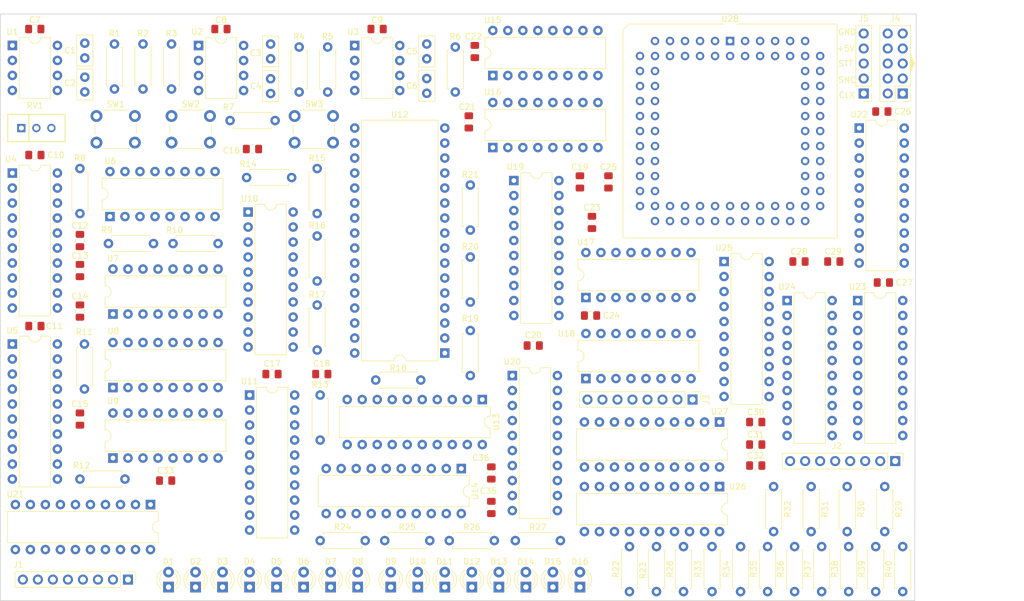
<source format=kicad_pcb>
(kicad_pcb (version 20171130) (host pcbnew "(5.1.10)-1")
  (layers (0 F.Cu signal) (31 B.Cu signal) (34 B.Paste user) (35 F.Paste user) (36 B.SilkS user) (37 F.SilkS user) (38 B.Mask user) (39 F.Mask user) (44 Edge.Cuts user))
  (net 0 "")
  (net 1 GND)
  (net 2 +5V)
  (net 3 SlowCLK)
  (net 4 "Net-(C2-Pad1)")
  (net 5 "Net-(C1-Pad1)")
  (net 6 "Net-(C4-Pad1)")
  (net 7 UserCLK)
  (net 8 "Net-(C3-Pad1)")
  (net 9 "Net-(C6-Pad1)")
  (net 10 CLK_Select)
  (net 11 "Net-(R5-Pad2)")
  (net 12 "Net-(C5-Pad1)")
  (net 13 TCK)
  (net 14 /Ins7)
  (net 15 /Ins6)
  (net 16 /Ins4)
  (net 17 /Ins2)
  (net 18 /B0)
  (net 19 TDO)
  (net 20 /Ins5)
  (net 21 /Ins3)
  (net 22 /Ins0)
  (net 23 /Ins1)
  (net 24 TDI)
  (net 25 RegAControl)
  (net 26 TMS)
  (net 27 RegBControl)
  (net 28 /B2)
  (net 29 /B4)
  (net 30 /B5)
  (net 31 /B7)
  (net 32 JumpEnable)
  (net 33 CLK)
  (net 34 /B1)
  (net 35 /B3)
  (net 36 /B6)
  (net 37 MemWriteControl)
  (net 38 /Qo5)
  (net 39 /Qo2)
  (net 40 /Qo1)
  (net 41 /Qo7)
  (net 42 /Qo6)
  (net 43 /Qo4)
  (net 44 /Qo3)
  (net 45 /Qo0)
  (net 46 Reset)
  (net 47 "Net-(D10-Pad1)")
  (net 48 /Im7)
  (net 49 /Im6)
  (net 50 /Im5)
  (net 51 /Im4)
  (net 52 /Im3)
  (net 53 /Im2)
  (net 54 /Im1)
  (net 55 /Im0)
  (net 56 /Iq7)
  (net 57 /Iq6)
  (net 58 /Iq5)
  (net 59 /Iq4)
  (net 60 /Iq3)
  (net 61 /Iq2)
  (net 62 /Iq1)
  (net 63 /Iq0)
  (net 64 STATE)
  (net 65 SYNC)
  (net 66 MainRegReadControl)
  (net 67 MainRegOutputControl)
  (net 68 /rA0)
  (net 69 /rA1)
  (net 70 /rA2)
  (net 71 /rA3)
  (net 72 /rA4)
  (net 73 /rA5)
  (net 74 /rA6)
  (net 75 /rA7)
  (net 76 /rB0)
  (net 77 /rB1)
  (net 78 /rB2)
  (net 79 /rB3)
  (net 80 /rB4)
  (net 81 /rB5)
  (net 82 /rB6)
  (net 83 /rB7)
  (net 84 "Net-(U10-Pad4)")
  (net 85 "Net-(U10-Pad13)")
  (net 86 LOWJumpRegLoad)
  (net 87 HIGHJumpRegLoad)
  (net 88 /RA_L0)
  (net 89 /RA_L1)
  (net 90 /RA_L2)
  (net 91 /RA_L3)
  (net 92 /RA_L4)
  (net 93 /RA_L5)
  (net 94 /RA_L6)
  (net 95 /RA_L7)
  (net 96 RAM_LowControl)
  (net 97 RAM_Addr_Enable)
  (net 98 /RA_H0)
  (net 99 /RA_H1)
  (net 100 /RA_H2)
  (net 101 /RA_H3)
  (net 102 /RA_H4)
  (net 103 /RA_H5)
  (net 104 /RA_H6)
  (net 105 /RA_H7)
  (net 106 RAM_HighControl)
  (net 107 InsRegControl)
  (net 108 DSPcontrol)
  (net 109 StackCount)
  (net 110 MemOutEnable)
  (net 111 StackOutControl)
  (net 112 Count)
  (net 113 CounterOutControl)
  (net 114 LowStackJump)
  (net 115 StackCountDirection)
  (net 116 HighStackJump)
  (net 117 "Net-(U10-Pad6)")
  (net 118 "Net-(U10-Pad11)")
  (net 119 "Net-(U10-Pad2)")
  (net 120 "Net-(D1-Pad1)")
  (net 121 "Net-(D5-Pad1)")
  (net 122 "Net-(D13-Pad1)")
  (net 123 "Net-(J4-Pad8)")
  (net 124 "Net-(J4-Pad7)")
  (net 125 "Net-(J4-Pad6)")
  (net 126 "Net-(R9-Pad1)")
  (net 127 "Net-(R10-Pad1)")
  (net 128 "Net-(R11-Pad1)")
  (net 129 "Net-(R12-Pad1)")
  (net 130 "Net-(R30-Pad1)")
  (net 131 "Net-(R31-Pad1)")
  (net 132 "Net-(U10-Pad8)")
  (net 133 "Net-(U10-Pad17)")
  (net 134 "Net-(U10-Pad15)")
  (net 135 "Net-(U15-Pad14)")
  (net 136 "Net-(U16-Pad11)")
  (net 137 "Net-(U17-Pad7)")
  (net 138 "Net-(U18-Pad7)")
  (net 139 "Net-(U18-Pad14)")
  (net 140 "Net-(U18-Pad6)")
  (net 141 "Net-(U18-Pad11)")
  (net 142 "Net-(U18-Pad2)")
  (net 143 "Net-(RV1-Pad3)")
  (net 144 "Net-(R1-Pad1)")
  (net 145 "Net-(R2-Pad2)")
  (net 146 "Net-(R3-Pad2)")
  (net 147 "Net-(U4-Pad19)")
  (net 148 "Net-(U4-Pad18)")
  (net 149 "Net-(U4-Pad17)")
  (net 150 "Net-(U4-Pad16)")
  (net 151 "Net-(U4-Pad15)")
  (net 152 "Net-(U4-Pad14)")
  (net 153 "Net-(U4-Pad13)")
  (net 154 "Net-(U4-Pad12)")
  (net 155 "Net-(U5-Pad19)")
  (net 156 "Net-(U5-Pad18)")
  (net 157 "Net-(U5-Pad17)")
  (net 158 "Net-(U5-Pad16)")
  (net 159 "Net-(U5-Pad15)")
  (net 160 "Net-(U5-Pad14)")
  (net 161 "Net-(U5-Pad13)")
  (net 162 "Net-(U5-Pad12)")
  (net 163 "Net-(U6-Pad7)")
  (net 164 "Net-(U7-Pad7)")
  (net 165 "Net-(U8-Pad7)")
  (net 166 "Net-(U16-Pad6)")
  (net 167 "Net-(U16-Pad2)")
  (net 168 "Net-(U9-Pad7)")
  (net 169 "Net-(R8-Pad1)")
  (net 170 "Net-(R17-Pad1)")
  (net 171 "Net-(R18-Pad2)")
  (net 172 "Net-(U11-Pad6)")
  (net 173 "Net-(U11-Pad2)")
  (net 174 "Net-(U11-Pad4)")
  (net 175 "Net-(U11-Pad8)")
  (net 176 "Net-(U11-Pad15)")
  (net 177 "Net-(U11-Pad11)")
  (net 178 "Net-(U11-Pad13)")
  (net 179 "Net-(U11-Pad17)")
  (net 180 "Net-(U12-Pad1)")
  (net 181 "Net-(R21-Pad1)")
  (net 182 "Net-(U15-Pad7)")
  (net 183 "Net-(U15-Pad6)")
  (net 184 "Net-(U15-Pad11)")
  (net 185 "Net-(U15-Pad2)")
  (net 186 "Net-(U16-Pad7)")
  (net 187 "Net-(U16-Pad14)")
  (net 188 "Net-(U17-Pad14)")
  (net 189 "Net-(U17-Pad6)")
  (net 190 "Net-(U17-Pad11)")
  (net 191 "Net-(U17-Pad2)")
  (net 192 "Net-(U28-Pad83)")
  (net 193 "Net-(U28-Pad1)")
  (net 194 "Net-(U28-Pad84)")
  (net 195 "Net-(U28-Pad2)")
  (net 196 "Net-(R22-Pad1)")
  (net 197 "Net-(R23-Pad1)")
  (net 198 "Net-(R32-Pad1)")
  (net 199 "Net-(R14-Pad2)")
  (net 200 "Net-(R29-Pad1)")
  (module Capacitor_SMD:C_0805_2012Metric_Pad1.18x1.45mm_HandSolder (layer F.Cu) (at 46.7575 96.266)
    (fp_text reference C33 (at 0 -1.68) (layer F.SilkS))
    (fp_text value 100n)
    (pad 2 smd roundrect (at 1.0375 0) (size 1.175 1.45) (layers F.Cu F.Paste F.Mask) (roundrect_rratio 0.212766) (net 1 GND))
    (pad 1 smd roundrect (at -1.0375 0) (size 1.175 1.45) (layers F.Cu F.Paste F.Mask) (roundrect_rratio 0.212766) (net 2 +5V))
  )
  (module Resistor_THT:R_Axial_DIN0207_L6.3mm_D2.5mm_P7.62mm_Horizontal (layer F.Cu) (at 39.878 96.012 180)
    (fp_text reference R12 (at 7.366 2.286) (layer F.SilkS))
    (fp_text value 50K)
    (pad 2 thru_hole oval (at 7.62 0 180) (size 1.6 1.6) (drill 0.8) (layers *.Cu *.Mask) (net 2 +5V))
    (pad 1 thru_hole circle (at 0 0 180) (size 1.6 1.6) (drill 0.8) (layers *.Cu *.Mask) (net 129 "Net-(R12-Pad1)"))
  )
  (module Resistor_THT:R_Axial_DIN0207_L6.3mm_D2.5mm_P7.62mm_Horizontal (layer F.Cu) (at 55.626 56.134 180)
    (fp_text reference R10 (at 7.366 2.286) (layer F.SilkS))
    (fp_text value 50K)
    (pad 2 thru_hole oval (at 7.62 0 180) (size 1.6 1.6) (drill 0.8) (layers *.Cu *.Mask) (net 2 +5V))
    (pad 1 thru_hole circle (at 0 0 180) (size 1.6 1.6) (drill 0.8) (layers *.Cu *.Mask) (net 127 "Net-(R10-Pad1)"))
  )
  (module MAX7000CPU:SIP460W50P254L970H980Q3P (layer F.Cu) (at 24.892 36.576 90)
    (fp_text reference RV1 (at 3.81 -0.254) (layer F.SilkS) (effects (font (size 1.000425 1.000425))))
    (fp_text value 1M)
    (pad 3 thru_hole circle (at 0 2.54 90) (size 1.4 1.4) (drill 0.85) (layers *.Cu *.Mask) (net 143 "Net-(RV1-Pad3)"))
    (pad 2 thru_hole circle (at 0 0 90) (size 1.4 1.4) (drill 0.85) (layers *.Cu *.Mask) (net 145 "Net-(R2-Pad2)"))
    (pad 1 thru_hole rect (at 0 -2.54 90) (size 1.4 1.4) (drill 0.85) (layers *.Cu *.Mask) (net 144 "Net-(R1-Pad1)"))
  )
  (module Resistor_THT:R_Axial_DIN0207_L6.3mm_D2.5mm_P7.62mm_Horizontal (layer F.Cu) (at 149.606 97.282 270)
    (fp_text reference R32 (at 3.81 -2.37 90) (layer F.SilkS))
    (fp_text value 50K)
    (pad 2 thru_hole oval (at 7.62 0 270) (size 1.6 1.6) (drill 0.8) (layers *.Cu *.Mask) (net 1 GND))
    (pad 1 thru_hole circle (at 0 0 270) (size 1.6 1.6) (drill 0.8) (layers *.Cu *.Mask) (net 198 "Net-(R32-Pad1)"))
  )
  (module Resistor_THT:R_Axial_DIN0207_L6.3mm_D2.5mm_P7.62mm_Horizontal (layer F.Cu) (at 155.956 97.282 270)
    (fp_text reference R31 (at 3.81 -2.37 90) (layer F.SilkS))
    (fp_text value 50K)
    (pad 2 thru_hole oval (at 7.62 0 270) (size 1.6 1.6) (drill 0.8) (layers *.Cu *.Mask) (net 1 GND))
    (pad 1 thru_hole circle (at 0 0 270) (size 1.6 1.6) (drill 0.8) (layers *.Cu *.Mask) (net 131 "Net-(R31-Pad1)"))
  )
  (module Resistor_THT:R_Axial_DIN0207_L6.3mm_D2.5mm_P7.62mm_Horizontal (layer F.Cu) (at 82.296 79.248)
    (fp_text reference R18 (at 3.81 -2.032) (layer F.SilkS))
    (fp_text value 50K)
    (pad 2 thru_hole oval (at 7.62 0) (size 1.6 1.6) (drill 0.8) (layers *.Cu *.Mask) (net 171 "Net-(R18-Pad2)"))
    (pad 1 thru_hole circle (at 0 0) (size 1.6 1.6) (drill 0.8) (layers *.Cu *.Mask) (net 1 GND))
  )
  (module Resistor_THT:R_Axial_DIN0207_L6.3mm_D2.5mm_P7.62mm_Horizontal (layer F.Cu) (at 60.452 44.958)
    (fp_text reference R14 (at 0.254 -2.286) (layer F.SilkS))
    (fp_text value 50K)
    (pad 2 thru_hole oval (at 7.62 0) (size 1.6 1.6) (drill 0.8) (layers *.Cu *.Mask) (net 199 "Net-(R14-Pad2)"))
    (pad 1 thru_hole circle (at 0 0) (size 1.6 1.6) (drill 0.8) (layers *.Cu *.Mask) (net 1 GND))
  )
  (module Resistor_THT:R_Axial_DIN0207_L6.3mm_D2.5mm_P7.62mm_Horizontal (layer F.Cu) (at 98.298 78.486 90)
    (fp_text reference R19 (at 9.652 0 180) (layer F.SilkS))
    (fp_text value 50K)
    (pad 2 thru_hole oval (at 7.62 0 90) (size 1.6 1.6) (drill 0.8) (layers *.Cu *.Mask) (net 2 +5V))
    (pad 1 thru_hole circle (at 0 0 90) (size 1.6 1.6) (drill 0.8) (layers *.Cu *.Mask) (net 97 RAM_Addr_Enable))
  )
  (module Resistor_THT:R_Axial_DIN0207_L6.3mm_D2.5mm_P7.62mm_Horizontal (layer F.Cu) (at 98.298 58.42 270)
    (fp_text reference R20 (at -1.778 0 180) (layer F.SilkS))
    (fp_text value 50K)
    (pad 2 thru_hole oval (at 7.62 0 270) (size 1.6 1.6) (drill 0.8) (layers *.Cu *.Mask) (net 2 +5V))
    (pad 1 thru_hole circle (at 0 0 270) (size 1.6 1.6) (drill 0.8) (layers *.Cu *.Mask) (net 111 StackOutControl))
  )
  (module Resistor_THT:R_Axial_DIN0207_L6.3mm_D2.5mm_P7.62mm_Horizontal (layer F.Cu) (at 72.39 62.484 90)
    (fp_text reference R16 (at 9.398 0 180) (layer F.SilkS))
    (fp_text value 50K)
    (pad 2 thru_hole oval (at 7.62 0 90) (size 1.6 1.6) (drill 0.8) (layers *.Cu *.Mask) (net 2 +5V))
    (pad 1 thru_hole circle (at 0 0 90) (size 1.6 1.6) (drill 0.8) (layers *.Cu *.Mask) (net 110 MemOutEnable))
  )
  (module Resistor_THT:R_Axial_DIN0207_L6.3mm_D2.5mm_P7.62mm_Horizontal (layer F.Cu) (at 72.39 51.054 90)
    (fp_text reference R15 (at 9.398 0 180) (layer F.SilkS))
    (fp_text value 50K)
    (pad 2 thru_hole oval (at 7.62 0 90) (size 1.6 1.6) (drill 0.8) (layers *.Cu *.Mask) (net 2 +5V))
    (pad 1 thru_hole circle (at 0 0 90) (size 1.6 1.6) (drill 0.8) (layers *.Cu *.Mask) (net 37 MemWriteControl))
  )
  (module Resistor_THT:R_Axial_DIN0207_L6.3mm_D2.5mm_P7.62mm_Horizontal (layer F.Cu) (at 72.39 74.168 90)
    (fp_text reference R17 (at 9.398 0 180) (layer F.SilkS))
    (fp_text value 50K)
    (pad 2 thru_hole oval (at 7.62 0 90) (size 1.6 1.6) (drill 0.8) (layers *.Cu *.Mask) (net 2 +5V))
    (pad 1 thru_hole circle (at 0 0 90) (size 1.6 1.6) (drill 0.8) (layers *.Cu *.Mask) (net 170 "Net-(R17-Pad1)"))
  )
  (module Resistor_THT:R_Axial_DIN0207_L6.3mm_D2.5mm_P7.62mm_Horizontal (layer F.Cu) (at 98.298 46.228 270)
    (fp_text reference R21 (at -1.778 0 180) (layer F.SilkS))
    (fp_text value 50K)
    (pad 2 thru_hole oval (at 7.62 0 270) (size 1.6 1.6) (drill 0.8) (layers *.Cu *.Mask) (net 1 GND))
    (pad 1 thru_hole circle (at 0 0 270) (size 1.6 1.6) (drill 0.8) (layers *.Cu *.Mask) (net 181 "Net-(R21-Pad1)"))
  )
  (module Resistor_THT:R_Axial_DIN0207_L6.3mm_D2.5mm_P7.62mm_Horizontal (layer F.Cu) (at 72.898 81.788 270)
    (fp_text reference R13 (at -1.778 0 180) (layer F.SilkS))
    (fp_text value 50K)
    (pad 2 thru_hole oval (at 7.62 0 270) (size 1.6 1.6) (drill 0.8) (layers *.Cu *.Mask) (net 2 +5V))
    (pad 1 thru_hole circle (at 0 0 270) (size 1.6 1.6) (drill 0.8) (layers *.Cu *.Mask) (net 113 CounterOutControl))
  )
  (module Resistor_THT:R_Axial_DIN0207_L6.3mm_D2.5mm_P7.62mm_Horizontal (layer F.Cu) (at 33.02 73.152 270)
    (fp_text reference R11 (at -2.032 0 180) (layer F.SilkS))
    (fp_text value 50K)
    (pad 2 thru_hole oval (at 7.62 0 270) (size 1.6 1.6) (drill 0.8) (layers *.Cu *.Mask) (net 1 GND))
    (pad 1 thru_hole circle (at 0 0 270) (size 1.6 1.6) (drill 0.8) (layers *.Cu *.Mask) (net 128 "Net-(R11-Pad1)"))
  )
  (module Resistor_THT:R_Axial_DIN0207_L6.3mm_D2.5mm_P7.62mm_Horizontal (layer F.Cu) (at 125.222 107.442 270)
    (fp_text reference R22 (at 3.81 2.286 270) (layer F.SilkS))
    (fp_text value 50K)
    (pad 2 thru_hole oval (at 7.62 0 270) (size 1.6 1.6) (drill 0.8) (layers *.Cu *.Mask) (net 1 GND))
    (pad 1 thru_hole circle (at 0 0 270) (size 1.6 1.6) (drill 0.8) (layers *.Cu *.Mask) (net 196 "Net-(R22-Pad1)"))
  )
  (module Resistor_THT:R_Axial_DIN0207_L6.3mm_D2.5mm_P7.62mm_Horizontal (layer F.Cu) (at 129.794 107.442 270)
    (fp_text reference R23 (at 4.064 2.286 90) (layer F.SilkS))
    (fp_text value 50K)
    (pad 2 thru_hole oval (at 7.62 0 270) (size 1.6 1.6) (drill 0.8) (layers *.Cu *.Mask) (net 1 GND))
    (pad 1 thru_hole circle (at 0 0 270) (size 1.6 1.6) (drill 0.8) (layers *.Cu *.Mask) (net 197 "Net-(R23-Pad1)"))
  )
  (module Resistor_THT:R_Axial_DIN0207_L6.3mm_D2.5mm_P7.62mm_Horizontal (layer F.Cu) (at 32.258 43.434 270)
    (fp_text reference R8 (at -1.778 0 180) (layer F.SilkS))
    (fp_text value 50K)
    (pad 2 thru_hole oval (at 7.62 0 270) (size 1.6 1.6) (drill 0.8) (layers *.Cu *.Mask) (net 1 GND))
    (pad 1 thru_hole circle (at 0 0 270) (size 1.6 1.6) (drill 0.8) (layers *.Cu *.Mask) (net 169 "Net-(R8-Pad1)"))
  )
  (module Resistor_THT:R_Axial_DIN0207_L6.3mm_D2.5mm_P7.62mm_Horizontal (layer F.Cu) (at 44.704 56.134 180)
    (fp_text reference R9 (at 7.874 2.286) (layer F.SilkS))
    (fp_text value 50K)
    (pad 2 thru_hole oval (at 7.62 0 180) (size 1.6 1.6) (drill 0.8) (layers *.Cu *.Mask) (net 1 GND))
    (pad 1 thru_hole circle (at 0 0 180) (size 1.6 1.6) (drill 0.8) (layers *.Cu *.Mask) (net 126 "Net-(R9-Pad1)"))
  )
  (module Resistor_THT:R_Axial_DIN0207_L6.3mm_D2.5mm_P7.62mm_Horizontal (layer F.Cu) (at 162.052 97.282 270)
    (fp_text reference R30 (at 3.81 -2.37 90) (layer F.SilkS))
    (fp_text value 50K)
    (pad 2 thru_hole oval (at 7.62 0 270) (size 1.6 1.6) (drill 0.8) (layers *.Cu *.Mask) (net 1 GND))
    (pad 1 thru_hole circle (at 0 0 270) (size 1.6 1.6) (drill 0.8) (layers *.Cu *.Mask) (net 130 "Net-(R30-Pad1)"))
  )
  (module Resistor_THT:R_Axial_DIN0207_L6.3mm_D2.5mm_P7.62mm_Horizontal (layer F.Cu) (at 168.402 97.282 270)
    (fp_text reference R29 (at 3.81 -2.37 90) (layer F.SilkS))
    (fp_text value 50K)
    (pad 2 thru_hole oval (at 7.62 0 270) (size 1.6 1.6) (drill 0.8) (layers *.Cu *.Mask) (net 1 GND))
    (pad 1 thru_hole circle (at 0 0 270) (size 1.6 1.6) (drill 0.8) (layers *.Cu *.Mask) (net 200 "Net-(R29-Pad1)"))
  )
  (module Resistor_THT:R_Axial_DIN0207_L6.3mm_D2.5mm_P7.62mm_Horizontal (layer F.Cu) (at 134.366 107.442 270)
    (fp_text reference R28 (at 3.81 2.286 90) (layer F.SilkS))
    (fp_text value 50K)
    (pad 2 thru_hole oval (at 7.62 0 270) (size 1.6 1.6) (drill 0.8) (layers *.Cu *.Mask) (net 1 GND))
    (pad 1 thru_hole circle (at 0 0 270) (size 1.6 1.6) (drill 0.8) (layers *.Cu *.Mask) (net 67 MainRegOutputControl))
  )
  (module Package_DIP:DIP-20_W7.62mm (layer F.Cu) (at 105.41 78.486)
    (fp_text reference U20 (at 0 -2.33) (layer F.SilkS))
    (fp_text value 74LS241)
    (pad 20 thru_hole oval (at 7.62 0) (size 1.6 1.6) (drill 0.8) (layers *.Cu *.Mask) (net 2 +5V))
    (pad 10 thru_hole oval (at 0 22.86) (size 1.6 1.6) (drill 0.8) (layers *.Cu *.Mask) (net 1 GND))
    (pad 19 thru_hole oval (at 7.62 2.54) (size 1.6 1.6) (drill 0.8) (layers *.Cu *.Mask) (net 111 StackOutControl))
    (pad 9 thru_hole oval (at 0 20.32) (size 1.6 1.6) (drill 0.8) (layers *.Cu *.Mask) (net 102 /RA_H4))
    (pad 18 thru_hole oval (at 7.62 5.08) (size 1.6 1.6) (drill 0.8) (layers *.Cu *.Mask) (net 98 /RA_H0))
    (pad 8 thru_hole oval (at 0 17.78) (size 1.6 1.6) (drill 0.8) (layers *.Cu *.Mask) (net 191 "Net-(U17-Pad2)"))
    (pad 17 thru_hole oval (at 7.62 7.62) (size 1.6 1.6) (drill 0.8) (layers *.Cu *.Mask) (net 142 "Net-(U18-Pad2)"))
    (pad 7 thru_hole oval (at 0 15.24) (size 1.6 1.6) (drill 0.8) (layers *.Cu *.Mask) (net 103 /RA_H5))
    (pad 16 thru_hole oval (at 7.62 10.16) (size 1.6 1.6) (drill 0.8) (layers *.Cu *.Mask) (net 99 /RA_H1))
    (pad 6 thru_hole oval (at 0 12.7) (size 1.6 1.6) (drill 0.8) (layers *.Cu *.Mask) (net 188 "Net-(U17-Pad14)"))
    (pad 15 thru_hole oval (at 7.62 12.7) (size 1.6 1.6) (drill 0.8) (layers *.Cu *.Mask) (net 139 "Net-(U18-Pad14)"))
    (pad 5 thru_hole oval (at 0 10.16) (size 1.6 1.6) (drill 0.8) (layers *.Cu *.Mask) (net 104 /RA_H6))
    (pad 14 thru_hole oval (at 7.62 15.24) (size 1.6 1.6) (drill 0.8) (layers *.Cu *.Mask) (net 100 /RA_H2))
    (pad 4 thru_hole oval (at 0 7.62) (size 1.6 1.6) (drill 0.8) (layers *.Cu *.Mask) (net 190 "Net-(U17-Pad11)"))
    (pad 13 thru_hole oval (at 7.62 17.78) (size 1.6 1.6) (drill 0.8) (layers *.Cu *.Mask) (net 141 "Net-(U18-Pad11)"))
    (pad 3 thru_hole oval (at 0 5.08) (size 1.6 1.6) (drill 0.8) (layers *.Cu *.Mask) (net 105 /RA_H7))
    (pad 12 thru_hole oval (at 7.62 20.32) (size 1.6 1.6) (drill 0.8) (layers *.Cu *.Mask) (net 101 /RA_H3))
    (pad 2 thru_hole oval (at 0 2.54) (size 1.6 1.6) (drill 0.8) (layers *.Cu *.Mask) (net 189 "Net-(U17-Pad6)"))
    (pad 11 thru_hole oval (at 7.62 22.86) (size 1.6 1.6) (drill 0.8) (layers *.Cu *.Mask) (net 140 "Net-(U18-Pad6)"))
    (pad 1 thru_hole rect (at 0 0) (size 1.6 1.6) (drill 0.8) (layers *.Cu *.Mask) (net 111 StackOutControl))
  )
  (module Package_DIP:DIP-20_W7.62mm (layer F.Cu) (at 105.664 45.466)
    (fp_text reference U19 (at 0.254 -2.33) (layer F.SilkS))
    (fp_text value 74LS241)
    (pad 20 thru_hole oval (at 7.62 0) (size 1.6 1.6) (drill 0.8) (layers *.Cu *.Mask) (net 2 +5V))
    (pad 10 thru_hole oval (at 0 22.86) (size 1.6 1.6) (drill 0.8) (layers *.Cu *.Mask) (net 1 GND))
    (pad 19 thru_hole oval (at 7.62 2.54) (size 1.6 1.6) (drill 0.8) (layers *.Cu *.Mask) (net 111 StackOutControl))
    (pad 9 thru_hole oval (at 0 20.32) (size 1.6 1.6) (drill 0.8) (layers *.Cu *.Mask) (net 92 /RA_L4))
    (pad 18 thru_hole oval (at 7.62 5.08) (size 1.6 1.6) (drill 0.8) (layers *.Cu *.Mask) (net 88 /RA_L0))
    (pad 8 thru_hole oval (at 0 17.78) (size 1.6 1.6) (drill 0.8) (layers *.Cu *.Mask) (net 185 "Net-(U15-Pad2)"))
    (pad 17 thru_hole oval (at 7.62 7.62) (size 1.6 1.6) (drill 0.8) (layers *.Cu *.Mask) (net 167 "Net-(U16-Pad2)"))
    (pad 7 thru_hole oval (at 0 15.24) (size 1.6 1.6) (drill 0.8) (layers *.Cu *.Mask) (net 93 /RA_L5))
    (pad 16 thru_hole oval (at 7.62 10.16) (size 1.6 1.6) (drill 0.8) (layers *.Cu *.Mask) (net 89 /RA_L1))
    (pad 6 thru_hole oval (at 0 12.7) (size 1.6 1.6) (drill 0.8) (layers *.Cu *.Mask) (net 135 "Net-(U15-Pad14)"))
    (pad 15 thru_hole oval (at 7.62 12.7) (size 1.6 1.6) (drill 0.8) (layers *.Cu *.Mask) (net 187 "Net-(U16-Pad14)"))
    (pad 5 thru_hole oval (at 0 10.16) (size 1.6 1.6) (drill 0.8) (layers *.Cu *.Mask) (net 94 /RA_L6))
    (pad 14 thru_hole oval (at 7.62 15.24) (size 1.6 1.6) (drill 0.8) (layers *.Cu *.Mask) (net 90 /RA_L2))
    (pad 4 thru_hole oval (at 0 7.62) (size 1.6 1.6) (drill 0.8) (layers *.Cu *.Mask) (net 184 "Net-(U15-Pad11)"))
    (pad 13 thru_hole oval (at 7.62 17.78) (size 1.6 1.6) (drill 0.8) (layers *.Cu *.Mask) (net 136 "Net-(U16-Pad11)"))
    (pad 3 thru_hole oval (at 0 5.08) (size 1.6 1.6) (drill 0.8) (layers *.Cu *.Mask) (net 95 /RA_L7))
    (pad 12 thru_hole oval (at 7.62 20.32) (size 1.6 1.6) (drill 0.8) (layers *.Cu *.Mask) (net 91 /RA_L3))
    (pad 2 thru_hole oval (at 0 2.54) (size 1.6 1.6) (drill 0.8) (layers *.Cu *.Mask) (net 183 "Net-(U15-Pad6)"))
    (pad 11 thru_hole oval (at 7.62 22.86) (size 1.6 1.6) (drill 0.8) (layers *.Cu *.Mask) (net 166 "Net-(U16-Pad6)"))
    (pad 1 thru_hole rect (at 0 0) (size 1.6 1.6) (drill 0.8) (layers *.Cu *.Mask) (net 111 StackOutControl))
  )
  (module Package_DIP:DIP-16_W7.62mm (layer F.Cu) (at 117.856 78.994 90)
    (fp_text reference U18 (at 7.62 -3.302 180) (layer F.SilkS))
    (fp_text value CD4029BEE4)
    (pad 16 thru_hole oval (at 7.62 0 90) (size 1.6 1.6) (drill 0.8) (layers *.Cu *.Mask) (net 2 +5V))
    (pad 8 thru_hole oval (at 0 17.78 90) (size 1.6 1.6) (drill 0.8) (layers *.Cu *.Mask) (net 1 GND))
    (pad 15 thru_hole oval (at 7.62 2.54 90) (size 1.6 1.6) (drill 0.8) (layers *.Cu *.Mask) (net 109 StackCount))
    (pad 7 thru_hole oval (at 0 15.24 90) (size 1.6 1.6) (drill 0.8) (layers *.Cu *.Mask) (net 138 "Net-(U18-Pad7)"))
    (pad 14 thru_hole oval (at 7.62 5.08 90) (size 1.6 1.6) (drill 0.8) (layers *.Cu *.Mask) (net 139 "Net-(U18-Pad14)"))
    (pad 6 thru_hole oval (at 0 12.7 90) (size 1.6 1.6) (drill 0.8) (layers *.Cu *.Mask) (net 140 "Net-(U18-Pad6)"))
    (pad 13 thru_hole oval (at 7.62 7.62 90) (size 1.6 1.6) (drill 0.8) (layers *.Cu *.Mask) (net 36 /B6))
    (pad 5 thru_hole oval (at 0 10.16 90) (size 1.6 1.6) (drill 0.8) (layers *.Cu *.Mask) (net 137 "Net-(U17-Pad7)"))
    (pad 12 thru_hole oval (at 7.62 10.16 90) (size 1.6 1.6) (drill 0.8) (layers *.Cu *.Mask) (net 30 /B5))
    (pad 4 thru_hole oval (at 0 7.62 90) (size 1.6 1.6) (drill 0.8) (layers *.Cu *.Mask) (net 29 /B4))
    (pad 11 thru_hole oval (at 7.62 12.7 90) (size 1.6 1.6) (drill 0.8) (layers *.Cu *.Mask) (net 141 "Net-(U18-Pad11)"))
    (pad 3 thru_hole oval (at 0 5.08 90) (size 1.6 1.6) (drill 0.8) (layers *.Cu *.Mask) (net 31 /B7))
    (pad 10 thru_hole oval (at 7.62 15.24 90) (size 1.6 1.6) (drill 0.8) (layers *.Cu *.Mask) (net 115 StackCountDirection))
    (pad 2 thru_hole oval (at 0 2.54 90) (size 1.6 1.6) (drill 0.8) (layers *.Cu *.Mask) (net 142 "Net-(U18-Pad2)"))
    (pad 9 thru_hole oval (at 7.62 17.78 90) (size 1.6 1.6) (drill 0.8) (layers *.Cu *.Mask) (net 2 +5V))
    (pad 1 thru_hole rect (at 0 0 90) (size 1.6 1.6) (drill 0.8) (layers *.Cu *.Mask) (net 116 HighStackJump))
  )
  (module Package_DIP:DIP-16_W7.62mm (layer F.Cu) (at 117.856 65.278 90)
    (fp_text reference U17 (at 9.398 0 180) (layer F.SilkS))
    (fp_text value CD4029BEE4)
    (pad 16 thru_hole oval (at 7.62 0 90) (size 1.6 1.6) (drill 0.8) (layers *.Cu *.Mask) (net 2 +5V))
    (pad 8 thru_hole oval (at 0 17.78 90) (size 1.6 1.6) (drill 0.8) (layers *.Cu *.Mask) (net 1 GND))
    (pad 15 thru_hole oval (at 7.62 2.54 90) (size 1.6 1.6) (drill 0.8) (layers *.Cu *.Mask) (net 109 StackCount))
    (pad 7 thru_hole oval (at 0 15.24 90) (size 1.6 1.6) (drill 0.8) (layers *.Cu *.Mask) (net 137 "Net-(U17-Pad7)"))
    (pad 14 thru_hole oval (at 7.62 5.08 90) (size 1.6 1.6) (drill 0.8) (layers *.Cu *.Mask) (net 188 "Net-(U17-Pad14)"))
    (pad 6 thru_hole oval (at 0 12.7 90) (size 1.6 1.6) (drill 0.8) (layers *.Cu *.Mask) (net 189 "Net-(U17-Pad6)"))
    (pad 13 thru_hole oval (at 7.62 7.62 90) (size 1.6 1.6) (drill 0.8) (layers *.Cu *.Mask) (net 28 /B2))
    (pad 5 thru_hole oval (at 0 10.16 90) (size 1.6 1.6) (drill 0.8) (layers *.Cu *.Mask) (net 186 "Net-(U16-Pad7)"))
    (pad 12 thru_hole oval (at 7.62 10.16 90) (size 1.6 1.6) (drill 0.8) (layers *.Cu *.Mask) (net 34 /B1))
    (pad 4 thru_hole oval (at 0 7.62 90) (size 1.6 1.6) (drill 0.8) (layers *.Cu *.Mask) (net 18 /B0))
    (pad 11 thru_hole oval (at 7.62 12.7 90) (size 1.6 1.6) (drill 0.8) (layers *.Cu *.Mask) (net 190 "Net-(U17-Pad11)"))
    (pad 3 thru_hole oval (at 0 5.08 90) (size 1.6 1.6) (drill 0.8) (layers *.Cu *.Mask) (net 35 /B3))
    (pad 10 thru_hole oval (at 7.62 15.24 90) (size 1.6 1.6) (drill 0.8) (layers *.Cu *.Mask) (net 115 StackCountDirection))
    (pad 2 thru_hole oval (at 0 2.54 90) (size 1.6 1.6) (drill 0.8) (layers *.Cu *.Mask) (net 191 "Net-(U17-Pad2)"))
    (pad 9 thru_hole oval (at 7.62 17.78 90) (size 1.6 1.6) (drill 0.8) (layers *.Cu *.Mask) (net 2 +5V))
    (pad 1 thru_hole rect (at 0 0 90) (size 1.6 1.6) (drill 0.8) (layers *.Cu *.Mask) (net 116 HighStackJump))
  )
  (module Package_DIP:DIP-16_W7.62mm (layer F.Cu) (at 102.108 39.878 90)
    (fp_text reference U16 (at 9.398 0 180) (layer F.SilkS))
    (fp_text value CD4029BEE4)
    (pad 16 thru_hole oval (at 7.62 0 90) (size 1.6 1.6) (drill 0.8) (layers *.Cu *.Mask) (net 2 +5V))
    (pad 8 thru_hole oval (at 0 17.78 90) (size 1.6 1.6) (drill 0.8) (layers *.Cu *.Mask) (net 1 GND))
    (pad 15 thru_hole oval (at 7.62 2.54 90) (size 1.6 1.6) (drill 0.8) (layers *.Cu *.Mask) (net 109 StackCount))
    (pad 7 thru_hole oval (at 0 15.24 90) (size 1.6 1.6) (drill 0.8) (layers *.Cu *.Mask) (net 186 "Net-(U16-Pad7)"))
    (pad 14 thru_hole oval (at 7.62 5.08 90) (size 1.6 1.6) (drill 0.8) (layers *.Cu *.Mask) (net 187 "Net-(U16-Pad14)"))
    (pad 6 thru_hole oval (at 0 12.7 90) (size 1.6 1.6) (drill 0.8) (layers *.Cu *.Mask) (net 166 "Net-(U16-Pad6)"))
    (pad 13 thru_hole oval (at 7.62 7.62 90) (size 1.6 1.6) (drill 0.8) (layers *.Cu *.Mask) (net 36 /B6))
    (pad 5 thru_hole oval (at 0 10.16 90) (size 1.6 1.6) (drill 0.8) (layers *.Cu *.Mask) (net 182 "Net-(U15-Pad7)"))
    (pad 12 thru_hole oval (at 7.62 10.16 90) (size 1.6 1.6) (drill 0.8) (layers *.Cu *.Mask) (net 30 /B5))
    (pad 4 thru_hole oval (at 0 7.62 90) (size 1.6 1.6) (drill 0.8) (layers *.Cu *.Mask) (net 29 /B4))
    (pad 11 thru_hole oval (at 7.62 12.7 90) (size 1.6 1.6) (drill 0.8) (layers *.Cu *.Mask) (net 136 "Net-(U16-Pad11)"))
    (pad 3 thru_hole oval (at 0 5.08 90) (size 1.6 1.6) (drill 0.8) (layers *.Cu *.Mask) (net 31 /B7))
    (pad 10 thru_hole oval (at 7.62 15.24 90) (size 1.6 1.6) (drill 0.8) (layers *.Cu *.Mask) (net 115 StackCountDirection))
    (pad 2 thru_hole oval (at 0 2.54 90) (size 1.6 1.6) (drill 0.8) (layers *.Cu *.Mask) (net 167 "Net-(U16-Pad2)"))
    (pad 9 thru_hole oval (at 7.62 17.78 90) (size 1.6 1.6) (drill 0.8) (layers *.Cu *.Mask) (net 2 +5V))
    (pad 1 thru_hole rect (at 0 0 90) (size 1.6 1.6) (drill 0.8) (layers *.Cu *.Mask) (net 114 LowStackJump))
  )
  (module Package_DIP:DIP-16_W7.62mm (layer F.Cu) (at 102.108 27.686 90)
    (fp_text reference U15 (at 9.398 0 180) (layer F.SilkS))
    (fp_text value CD4029BEE4)
    (pad 16 thru_hole oval (at 7.62 0 90) (size 1.6 1.6) (drill 0.8) (layers *.Cu *.Mask) (net 2 +5V))
    (pad 8 thru_hole oval (at 0 17.78 90) (size 1.6 1.6) (drill 0.8) (layers *.Cu *.Mask) (net 1 GND))
    (pad 15 thru_hole oval (at 7.62 2.54 90) (size 1.6 1.6) (drill 0.8) (layers *.Cu *.Mask) (net 109 StackCount))
    (pad 7 thru_hole oval (at 0 15.24 90) (size 1.6 1.6) (drill 0.8) (layers *.Cu *.Mask) (net 182 "Net-(U15-Pad7)"))
    (pad 14 thru_hole oval (at 7.62 5.08 90) (size 1.6 1.6) (drill 0.8) (layers *.Cu *.Mask) (net 135 "Net-(U15-Pad14)"))
    (pad 6 thru_hole oval (at 0 12.7 90) (size 1.6 1.6) (drill 0.8) (layers *.Cu *.Mask) (net 183 "Net-(U15-Pad6)"))
    (pad 13 thru_hole oval (at 7.62 7.62 90) (size 1.6 1.6) (drill 0.8) (layers *.Cu *.Mask) (net 28 /B2))
    (pad 5 thru_hole oval (at 0 10.16 90) (size 1.6 1.6) (drill 0.8) (layers *.Cu *.Mask) (net 181 "Net-(R21-Pad1)"))
    (pad 12 thru_hole oval (at 7.62 10.16 90) (size 1.6 1.6) (drill 0.8) (layers *.Cu *.Mask) (net 34 /B1))
    (pad 4 thru_hole oval (at 0 7.62 90) (size 1.6 1.6) (drill 0.8) (layers *.Cu *.Mask) (net 18 /B0))
    (pad 11 thru_hole oval (at 7.62 12.7 90) (size 1.6 1.6) (drill 0.8) (layers *.Cu *.Mask) (net 184 "Net-(U15-Pad11)"))
    (pad 3 thru_hole oval (at 0 5.08 90) (size 1.6 1.6) (drill 0.8) (layers *.Cu *.Mask) (net 35 /B3))
    (pad 10 thru_hole oval (at 7.62 15.24 90) (size 1.6 1.6) (drill 0.8) (layers *.Cu *.Mask) (net 115 StackCountDirection))
    (pad 2 thru_hole oval (at 0 2.54 90) (size 1.6 1.6) (drill 0.8) (layers *.Cu *.Mask) (net 185 "Net-(U15-Pad2)"))
    (pad 9 thru_hole oval (at 7.62 17.78 90) (size 1.6 1.6) (drill 0.8) (layers *.Cu *.Mask) (net 2 +5V))
    (pad 1 thru_hole rect (at 0 0 90) (size 1.6 1.6) (drill 0.8) (layers *.Cu *.Mask) (net 114 LowStackJump))
  )
  (module Package_DIP:DIP-32_W15.24mm (layer F.Cu) (at 93.98 74.676 180)
    (fp_text reference U12 (at 7.62 40.386) (layer F.SilkS))
    (fp_text value AS6C1008-55PCN)
    (pad 32 thru_hole oval (at 15.24 0 180) (size 1.6 1.6) (drill 0.8) (layers *.Cu *.Mask) (net 2 +5V))
    (pad 16 thru_hole oval (at 0 38.1 180) (size 1.6 1.6) (drill 0.8) (layers *.Cu *.Mask) (net 1 GND))
    (pad 31 thru_hole oval (at 15.24 2.54 180) (size 1.6 1.6) (drill 0.8) (layers *.Cu *.Mask) (net 105 /RA_H7))
    (pad 15 thru_hole oval (at 0 35.56 180) (size 1.6 1.6) (drill 0.8) (layers *.Cu *.Mask) (net 28 /B2))
    (pad 30 thru_hole oval (at 15.24 5.08 180) (size 1.6 1.6) (drill 0.8) (layers *.Cu *.Mask) (net 170 "Net-(R17-Pad1)"))
    (pad 14 thru_hole oval (at 0 33.02 180) (size 1.6 1.6) (drill 0.8) (layers *.Cu *.Mask) (net 34 /B1))
    (pad 29 thru_hole oval (at 15.24 7.62 180) (size 1.6 1.6) (drill 0.8) (layers *.Cu *.Mask) (net 37 MemWriteControl))
    (pad 13 thru_hole oval (at 0 30.48 180) (size 1.6 1.6) (drill 0.8) (layers *.Cu *.Mask) (net 18 /B0))
    (pad 28 thru_hole oval (at 15.24 10.16 180) (size 1.6 1.6) (drill 0.8) (layers *.Cu *.Mask) (net 103 /RA_H5))
    (pad 12 thru_hole oval (at 0 27.94 180) (size 1.6 1.6) (drill 0.8) (layers *.Cu *.Mask) (net 88 /RA_L0))
    (pad 27 thru_hole oval (at 15.24 12.7 180) (size 1.6 1.6) (drill 0.8) (layers *.Cu *.Mask) (net 98 /RA_H0))
    (pad 11 thru_hole oval (at 0 25.4 180) (size 1.6 1.6) (drill 0.8) (layers *.Cu *.Mask) (net 89 /RA_L1))
    (pad 26 thru_hole oval (at 15.24 15.24 180) (size 1.6 1.6) (drill 0.8) (layers *.Cu *.Mask) (net 99 /RA_H1))
    (pad 10 thru_hole oval (at 0 22.86 180) (size 1.6 1.6) (drill 0.8) (layers *.Cu *.Mask) (net 90 /RA_L2))
    (pad 25 thru_hole oval (at 15.24 17.78 180) (size 1.6 1.6) (drill 0.8) (layers *.Cu *.Mask) (net 101 /RA_H3))
    (pad 9 thru_hole oval (at 0 20.32 180) (size 1.6 1.6) (drill 0.8) (layers *.Cu *.Mask) (net 91 /RA_L3))
    (pad 24 thru_hole oval (at 15.24 20.32 180) (size 1.6 1.6) (drill 0.8) (layers *.Cu *.Mask) (net 110 MemOutEnable))
    (pad 8 thru_hole oval (at 0 17.78 180) (size 1.6 1.6) (drill 0.8) (layers *.Cu *.Mask) (net 92 /RA_L4))
    (pad 23 thru_hole oval (at 15.24 22.86 180) (size 1.6 1.6) (drill 0.8) (layers *.Cu *.Mask) (net 100 /RA_H2))
    (pad 7 thru_hole oval (at 0 15.24 180) (size 1.6 1.6) (drill 0.8) (layers *.Cu *.Mask) (net 93 /RA_L5))
    (pad 22 thru_hole oval (at 15.24 25.4 180) (size 1.6 1.6) (drill 0.8) (layers *.Cu *.Mask) (net 199 "Net-(R14-Pad2)"))
    (pad 6 thru_hole oval (at 0 12.7 180) (size 1.6 1.6) (drill 0.8) (layers *.Cu *.Mask) (net 94 /RA_L6))
    (pad 21 thru_hole oval (at 15.24 27.94 180) (size 1.6 1.6) (drill 0.8) (layers *.Cu *.Mask) (net 31 /B7))
    (pad 5 thru_hole oval (at 0 10.16 180) (size 1.6 1.6) (drill 0.8) (layers *.Cu *.Mask) (net 95 /RA_L7))
    (pad 20 thru_hole oval (at 15.24 30.48 180) (size 1.6 1.6) (drill 0.8) (layers *.Cu *.Mask) (net 36 /B6))
    (pad 4 thru_hole oval (at 0 7.62 180) (size 1.6 1.6) (drill 0.8) (layers *.Cu *.Mask) (net 102 /RA_H4))
    (pad 19 thru_hole oval (at 15.24 33.02 180) (size 1.6 1.6) (drill 0.8) (layers *.Cu *.Mask) (net 30 /B5))
    (pad 3 thru_hole oval (at 0 5.08 180) (size 1.6 1.6) (drill 0.8) (layers *.Cu *.Mask) (net 104 /RA_H6))
    (pad 18 thru_hole oval (at 15.24 35.56 180) (size 1.6 1.6) (drill 0.8) (layers *.Cu *.Mask) (net 29 /B4))
    (pad 2 thru_hole oval (at 0 2.54 180) (size 1.6 1.6) (drill 0.8) (layers *.Cu *.Mask) (net 171 "Net-(R18-Pad2)"))
    (pad 17 thru_hole oval (at 15.24 38.1 180) (size 1.6 1.6) (drill 0.8) (layers *.Cu *.Mask) (net 35 /B3))
    (pad 1 thru_hole rect (at 0 0 180) (size 1.6 1.6) (drill 0.8) (layers *.Cu *.Mask) (net 180 "Net-(U12-Pad1)"))
  )
  (module Package_DIP:DIP-20_W7.62mm (layer F.Cu) (at 60.96 81.788)
    (fp_text reference U11 (at 0 -2.33) (layer F.SilkS))
    (fp_text value 74LS241)
    (pad 20 thru_hole oval (at 7.62 0) (size 1.6 1.6) (drill 0.8) (layers *.Cu *.Mask) (net 2 +5V))
    (pad 10 thru_hole oval (at 0 22.86) (size 1.6 1.6) (drill 0.8) (layers *.Cu *.Mask) (net 1 GND))
    (pad 19 thru_hole oval (at 7.62 2.54) (size 1.6 1.6) (drill 0.8) (layers *.Cu *.Mask) (net 113 CounterOutControl))
    (pad 9 thru_hole oval (at 0 20.32) (size 1.6 1.6) (drill 0.8) (layers *.Cu *.Mask) (net 102 /RA_H4))
    (pad 18 thru_hole oval (at 7.62 5.08) (size 1.6 1.6) (drill 0.8) (layers *.Cu *.Mask) (net 98 /RA_H0))
    (pad 8 thru_hole oval (at 0 17.78) (size 1.6 1.6) (drill 0.8) (layers *.Cu *.Mask) (net 175 "Net-(U11-Pad8)"))
    (pad 17 thru_hole oval (at 7.62 7.62) (size 1.6 1.6) (drill 0.8) (layers *.Cu *.Mask) (net 179 "Net-(U11-Pad17)"))
    (pad 7 thru_hole oval (at 0 15.24) (size 1.6 1.6) (drill 0.8) (layers *.Cu *.Mask) (net 103 /RA_H5))
    (pad 16 thru_hole oval (at 7.62 10.16) (size 1.6 1.6) (drill 0.8) (layers *.Cu *.Mask) (net 99 /RA_H1))
    (pad 6 thru_hole oval (at 0 12.7) (size 1.6 1.6) (drill 0.8) (layers *.Cu *.Mask) (net 172 "Net-(U11-Pad6)"))
    (pad 15 thru_hole oval (at 7.62 12.7) (size 1.6 1.6) (drill 0.8) (layers *.Cu *.Mask) (net 176 "Net-(U11-Pad15)"))
    (pad 5 thru_hole oval (at 0 10.16) (size 1.6 1.6) (drill 0.8) (layers *.Cu *.Mask) (net 104 /RA_H6))
    (pad 14 thru_hole oval (at 7.62 15.24) (size 1.6 1.6) (drill 0.8) (layers *.Cu *.Mask) (net 100 /RA_H2))
    (pad 4 thru_hole oval (at 0 7.62) (size 1.6 1.6) (drill 0.8) (layers *.Cu *.Mask) (net 174 "Net-(U11-Pad4)"))
    (pad 13 thru_hole oval (at 7.62 17.78) (size 1.6 1.6) (drill 0.8) (layers *.Cu *.Mask) (net 178 "Net-(U11-Pad13)"))
    (pad 3 thru_hole oval (at 0 5.08) (size 1.6 1.6) (drill 0.8) (layers *.Cu *.Mask) (net 105 /RA_H7))
    (pad 12 thru_hole oval (at 7.62 20.32) (size 1.6 1.6) (drill 0.8) (layers *.Cu *.Mask) (net 101 /RA_H3))
    (pad 2 thru_hole oval (at 0 2.54) (size 1.6 1.6) (drill 0.8) (layers *.Cu *.Mask) (net 173 "Net-(U11-Pad2)"))
    (pad 11 thru_hole oval (at 7.62 22.86) (size 1.6 1.6) (drill 0.8) (layers *.Cu *.Mask) (net 177 "Net-(U11-Pad11)"))
    (pad 1 thru_hole rect (at 0 0) (size 1.6 1.6) (drill 0.8) (layers *.Cu *.Mask) (net 113 CounterOutControl))
  )
  (module Package_DIP:DIP-20_W7.62mm (layer F.Cu) (at 60.706 50.8)
    (fp_text reference U10 (at 0.254 -2.286) (layer F.SilkS))
    (fp_text value 74LS241)
    (pad 20 thru_hole oval (at 7.62 0) (size 1.6 1.6) (drill 0.8) (layers *.Cu *.Mask) (net 2 +5V))
    (pad 10 thru_hole oval (at 0 22.86) (size 1.6 1.6) (drill 0.8) (layers *.Cu *.Mask) (net 1 GND))
    (pad 19 thru_hole oval (at 7.62 2.54) (size 1.6 1.6) (drill 0.8) (layers *.Cu *.Mask) (net 113 CounterOutControl))
    (pad 9 thru_hole oval (at 0 20.32) (size 1.6 1.6) (drill 0.8) (layers *.Cu *.Mask) (net 92 /RA_L4))
    (pad 18 thru_hole oval (at 7.62 5.08) (size 1.6 1.6) (drill 0.8) (layers *.Cu *.Mask) (net 88 /RA_L0))
    (pad 8 thru_hole oval (at 0 17.78) (size 1.6 1.6) (drill 0.8) (layers *.Cu *.Mask) (net 132 "Net-(U10-Pad8)"))
    (pad 17 thru_hole oval (at 7.62 7.62) (size 1.6 1.6) (drill 0.8) (layers *.Cu *.Mask) (net 133 "Net-(U10-Pad17)"))
    (pad 7 thru_hole oval (at 0 15.24) (size 1.6 1.6) (drill 0.8) (layers *.Cu *.Mask) (net 93 /RA_L5))
    (pad 16 thru_hole oval (at 7.62 10.16) (size 1.6 1.6) (drill 0.8) (layers *.Cu *.Mask) (net 89 /RA_L1))
    (pad 6 thru_hole oval (at 0 12.7) (size 1.6 1.6) (drill 0.8) (layers *.Cu *.Mask) (net 117 "Net-(U10-Pad6)"))
    (pad 15 thru_hole oval (at 7.62 12.7) (size 1.6 1.6) (drill 0.8) (layers *.Cu *.Mask) (net 134 "Net-(U10-Pad15)"))
    (pad 5 thru_hole oval (at 0 10.16) (size 1.6 1.6) (drill 0.8) (layers *.Cu *.Mask) (net 94 /RA_L6))
    (pad 14 thru_hole oval (at 7.62 15.24) (size 1.6 1.6) (drill 0.8) (layers *.Cu *.Mask) (net 90 /RA_L2))
    (pad 4 thru_hole oval (at 0 7.62) (size 1.6 1.6) (drill 0.8) (layers *.Cu *.Mask) (net 84 "Net-(U10-Pad4)"))
    (pad 13 thru_hole oval (at 7.62 17.78) (size 1.6 1.6) (drill 0.8) (layers *.Cu *.Mask) (net 85 "Net-(U10-Pad13)"))
    (pad 3 thru_hole oval (at 0 5.08) (size 1.6 1.6) (drill 0.8) (layers *.Cu *.Mask) (net 95 /RA_L7))
    (pad 12 thru_hole oval (at 7.62 20.32) (size 1.6 1.6) (drill 0.8) (layers *.Cu *.Mask) (net 91 /RA_L3))
    (pad 2 thru_hole oval (at 0 2.54) (size 1.6 1.6) (drill 0.8) (layers *.Cu *.Mask) (net 119 "Net-(U10-Pad2)"))
    (pad 11 thru_hole oval (at 7.62 22.86) (size 1.6 1.6) (drill 0.8) (layers *.Cu *.Mask) (net 118 "Net-(U10-Pad11)"))
    (pad 1 thru_hole rect (at 0 0) (size 1.6 1.6) (drill 0.8) (layers *.Cu *.Mask) (net 113 CounterOutControl))
  )
  (module Package_DIP:DIP-16_W7.62mm (layer F.Cu) (at 37.846 92.456 90)
    (fp_text reference U9 (at 9.652 0 180) (layer F.SilkS))
    (fp_text value CD4029BEE4)
    (pad 16 thru_hole oval (at 7.62 0 90) (size 1.6 1.6) (drill 0.8) (layers *.Cu *.Mask) (net 2 +5V))
    (pad 8 thru_hole oval (at 0 17.78 90) (size 1.6 1.6) (drill 0.8) (layers *.Cu *.Mask) (net 1 GND))
    (pad 15 thru_hole oval (at 7.62 2.54 90) (size 1.6 1.6) (drill 0.8) (layers *.Cu *.Mask) (net 112 Count))
    (pad 7 thru_hole oval (at 0 15.24 90) (size 1.6 1.6) (drill 0.8) (layers *.Cu *.Mask) (net 168 "Net-(U9-Pad7)"))
    (pad 14 thru_hole oval (at 7.62 5.08 90) (size 1.6 1.6) (drill 0.8) (layers *.Cu *.Mask) (net 176 "Net-(U11-Pad15)"))
    (pad 6 thru_hole oval (at 0 12.7 90) (size 1.6 1.6) (drill 0.8) (layers *.Cu *.Mask) (net 177 "Net-(U11-Pad11)"))
    (pad 13 thru_hole oval (at 7.62 7.62 90) (size 1.6 1.6) (drill 0.8) (layers *.Cu *.Mask) (net 161 "Net-(U5-Pad13)"))
    (pad 5 thru_hole oval (at 0 10.16 90) (size 1.6 1.6) (drill 0.8) (layers *.Cu *.Mask) (net 165 "Net-(U8-Pad7)"))
    (pad 12 thru_hole oval (at 7.62 10.16 90) (size 1.6 1.6) (drill 0.8) (layers *.Cu *.Mask) (net 160 "Net-(U5-Pad14)"))
    (pad 4 thru_hole oval (at 0 7.62 90) (size 1.6 1.6) (drill 0.8) (layers *.Cu *.Mask) (net 159 "Net-(U5-Pad15)"))
    (pad 11 thru_hole oval (at 7.62 12.7 90) (size 1.6 1.6) (drill 0.8) (layers *.Cu *.Mask) (net 178 "Net-(U11-Pad13)"))
    (pad 3 thru_hole oval (at 0 5.08 90) (size 1.6 1.6) (drill 0.8) (layers *.Cu *.Mask) (net 162 "Net-(U5-Pad12)"))
    (pad 10 thru_hole oval (at 7.62 15.24 90) (size 1.6 1.6) (drill 0.8) (layers *.Cu *.Mask) (net 127 "Net-(R10-Pad1)"))
    (pad 2 thru_hole oval (at 0 2.54 90) (size 1.6 1.6) (drill 0.8) (layers *.Cu *.Mask) (net 179 "Net-(U11-Pad17)"))
    (pad 9 thru_hole oval (at 7.62 17.78 90) (size 1.6 1.6) (drill 0.8) (layers *.Cu *.Mask) (net 129 "Net-(R12-Pad1)"))
    (pad 1 thru_hole rect (at 0 0 90) (size 1.6 1.6) (drill 0.8) (layers *.Cu *.Mask) (net 32 JumpEnable))
  )
  (module Package_DIP:DIP-16_W7.62mm (layer F.Cu) (at 37.846 80.518 90)
    (fp_text reference U8 (at 9.568 0.054 180) (layer F.SilkS))
    (fp_text value CD4029BEE4)
    (pad 16 thru_hole oval (at 7.62 0 90) (size 1.6 1.6) (drill 0.8) (layers *.Cu *.Mask) (net 2 +5V))
    (pad 8 thru_hole oval (at 0 17.78 90) (size 1.6 1.6) (drill 0.8) (layers *.Cu *.Mask) (net 1 GND))
    (pad 15 thru_hole oval (at 7.62 2.54 90) (size 1.6 1.6) (drill 0.8) (layers *.Cu *.Mask) (net 112 Count))
    (pad 7 thru_hole oval (at 0 15.24 90) (size 1.6 1.6) (drill 0.8) (layers *.Cu *.Mask) (net 165 "Net-(U8-Pad7)"))
    (pad 14 thru_hole oval (at 7.62 5.08 90) (size 1.6 1.6) (drill 0.8) (layers *.Cu *.Mask) (net 172 "Net-(U11-Pad6)"))
    (pad 6 thru_hole oval (at 0 12.7 90) (size 1.6 1.6) (drill 0.8) (layers *.Cu *.Mask) (net 173 "Net-(U11-Pad2)"))
    (pad 13 thru_hole oval (at 7.62 7.62 90) (size 1.6 1.6) (drill 0.8) (layers *.Cu *.Mask) (net 157 "Net-(U5-Pad17)"))
    (pad 5 thru_hole oval (at 0 10.16 90) (size 1.6 1.6) (drill 0.8) (layers *.Cu *.Mask) (net 164 "Net-(U7-Pad7)"))
    (pad 12 thru_hole oval (at 7.62 10.16 90) (size 1.6 1.6) (drill 0.8) (layers *.Cu *.Mask) (net 156 "Net-(U5-Pad18)"))
    (pad 4 thru_hole oval (at 0 7.62 90) (size 1.6 1.6) (drill 0.8) (layers *.Cu *.Mask) (net 155 "Net-(U5-Pad19)"))
    (pad 11 thru_hole oval (at 7.62 12.7 90) (size 1.6 1.6) (drill 0.8) (layers *.Cu *.Mask) (net 174 "Net-(U11-Pad4)"))
    (pad 3 thru_hole oval (at 0 5.08 90) (size 1.6 1.6) (drill 0.8) (layers *.Cu *.Mask) (net 158 "Net-(U5-Pad16)"))
    (pad 10 thru_hole oval (at 7.62 15.24 90) (size 1.6 1.6) (drill 0.8) (layers *.Cu *.Mask) (net 127 "Net-(R10-Pad1)"))
    (pad 2 thru_hole oval (at 0 2.54 90) (size 1.6 1.6) (drill 0.8) (layers *.Cu *.Mask) (net 175 "Net-(U11-Pad8)"))
    (pad 9 thru_hole oval (at 7.62 17.78 90) (size 1.6 1.6) (drill 0.8) (layers *.Cu *.Mask) (net 129 "Net-(R12-Pad1)"))
    (pad 1 thru_hole rect (at 0 0 90) (size 1.6 1.6) (drill 0.8) (layers *.Cu *.Mask) (net 32 JumpEnable))
  )
  (module Package_DIP:DIP-16_W7.62mm (layer F.Cu) (at 37.846 68.072 90)
    (fp_text reference U7 (at 9.398 0 180) (layer F.SilkS))
    (fp_text value CD4029BEE4)
    (pad 16 thru_hole oval (at 7.62 0 90) (size 1.6 1.6) (drill 0.8) (layers *.Cu *.Mask) (net 2 +5V))
    (pad 8 thru_hole oval (at 0 17.78 90) (size 1.6 1.6) (drill 0.8) (layers *.Cu *.Mask) (net 1 GND))
    (pad 15 thru_hole oval (at 7.62 2.54 90) (size 1.6 1.6) (drill 0.8) (layers *.Cu *.Mask) (net 112 Count))
    (pad 7 thru_hole oval (at 0 15.24 90) (size 1.6 1.6) (drill 0.8) (layers *.Cu *.Mask) (net 164 "Net-(U7-Pad7)"))
    (pad 14 thru_hole oval (at 7.62 5.08 90) (size 1.6 1.6) (drill 0.8) (layers *.Cu *.Mask) (net 134 "Net-(U10-Pad15)"))
    (pad 6 thru_hole oval (at 0 12.7 90) (size 1.6 1.6) (drill 0.8) (layers *.Cu *.Mask) (net 118 "Net-(U10-Pad11)"))
    (pad 13 thru_hole oval (at 7.62 7.62 90) (size 1.6 1.6) (drill 0.8) (layers *.Cu *.Mask) (net 153 "Net-(U4-Pad13)"))
    (pad 5 thru_hole oval (at 0 10.16 90) (size 1.6 1.6) (drill 0.8) (layers *.Cu *.Mask) (net 163 "Net-(U6-Pad7)"))
    (pad 12 thru_hole oval (at 7.62 10.16 90) (size 1.6 1.6) (drill 0.8) (layers *.Cu *.Mask) (net 152 "Net-(U4-Pad14)"))
    (pad 4 thru_hole oval (at 0 7.62 90) (size 1.6 1.6) (drill 0.8) (layers *.Cu *.Mask) (net 151 "Net-(U4-Pad15)"))
    (pad 11 thru_hole oval (at 7.62 12.7 90) (size 1.6 1.6) (drill 0.8) (layers *.Cu *.Mask) (net 85 "Net-(U10-Pad13)"))
    (pad 3 thru_hole oval (at 0 5.08 90) (size 1.6 1.6) (drill 0.8) (layers *.Cu *.Mask) (net 154 "Net-(U4-Pad12)"))
    (pad 10 thru_hole oval (at 7.62 15.24 90) (size 1.6 1.6) (drill 0.8) (layers *.Cu *.Mask) (net 127 "Net-(R10-Pad1)"))
    (pad 2 thru_hole oval (at 0 2.54 90) (size 1.6 1.6) (drill 0.8) (layers *.Cu *.Mask) (net 133 "Net-(U10-Pad17)"))
    (pad 9 thru_hole oval (at 7.62 17.78 90) (size 1.6 1.6) (drill 0.8) (layers *.Cu *.Mask) (net 129 "Net-(R12-Pad1)"))
    (pad 1 thru_hole rect (at 0 0 90) (size 1.6 1.6) (drill 0.8) (layers *.Cu *.Mask) (net 32 JumpEnable))
  )
  (module Package_DIP:DIP-16_W7.62mm (layer F.Cu) (at 37.338 51.562 90)
    (fp_text reference U6 (at 9.398 0.062 180) (layer F.SilkS))
    (fp_text value CD4029BEE4)
    (pad 16 thru_hole oval (at 7.62 0 90) (size 1.6 1.6) (drill 0.8) (layers *.Cu *.Mask) (net 2 +5V))
    (pad 8 thru_hole oval (at 0 17.78 90) (size 1.6 1.6) (drill 0.8) (layers *.Cu *.Mask) (net 1 GND))
    (pad 15 thru_hole oval (at 7.62 2.54 90) (size 1.6 1.6) (drill 0.8) (layers *.Cu *.Mask) (net 112 Count))
    (pad 7 thru_hole oval (at 0 15.24 90) (size 1.6 1.6) (drill 0.8) (layers *.Cu *.Mask) (net 163 "Net-(U6-Pad7)"))
    (pad 14 thru_hole oval (at 7.62 5.08 90) (size 1.6 1.6) (drill 0.8) (layers *.Cu *.Mask) (net 117 "Net-(U10-Pad6)"))
    (pad 6 thru_hole oval (at 0 12.7 90) (size 1.6 1.6) (drill 0.8) (layers *.Cu *.Mask) (net 119 "Net-(U10-Pad2)"))
    (pad 13 thru_hole oval (at 7.62 7.62 90) (size 1.6 1.6) (drill 0.8) (layers *.Cu *.Mask) (net 149 "Net-(U4-Pad17)"))
    (pad 5 thru_hole oval (at 0 10.16 90) (size 1.6 1.6) (drill 0.8) (layers *.Cu *.Mask) (net 126 "Net-(R9-Pad1)"))
    (pad 12 thru_hole oval (at 7.62 10.16 90) (size 1.6 1.6) (drill 0.8) (layers *.Cu *.Mask) (net 148 "Net-(U4-Pad18)"))
    (pad 4 thru_hole oval (at 0 7.62 90) (size 1.6 1.6) (drill 0.8) (layers *.Cu *.Mask) (net 147 "Net-(U4-Pad19)"))
    (pad 11 thru_hole oval (at 7.62 12.7 90) (size 1.6 1.6) (drill 0.8) (layers *.Cu *.Mask) (net 84 "Net-(U10-Pad4)"))
    (pad 3 thru_hole oval (at 0 5.08 90) (size 1.6 1.6) (drill 0.8) (layers *.Cu *.Mask) (net 150 "Net-(U4-Pad16)"))
    (pad 10 thru_hole oval (at 7.62 15.24 90) (size 1.6 1.6) (drill 0.8) (layers *.Cu *.Mask) (net 127 "Net-(R10-Pad1)"))
    (pad 2 thru_hole oval (at 0 2.54 90) (size 1.6 1.6) (drill 0.8) (layers *.Cu *.Mask) (net 132 "Net-(U10-Pad8)"))
    (pad 9 thru_hole oval (at 7.62 17.78 90) (size 1.6 1.6) (drill 0.8) (layers *.Cu *.Mask) (net 129 "Net-(R12-Pad1)"))
    (pad 1 thru_hole rect (at 0 0 90) (size 1.6 1.6) (drill 0.8) (layers *.Cu *.Mask) (net 32 JumpEnable))
  )
  (module Package_LCC:PLCC-84_THT-Socket (layer F.Cu) (at 142.24 21.844)
    (fp_text reference U28 (at 0 -3.77) (layer F.SilkS))
    (fp_text value EPM7128slc84-15n)
    (pad 72 thru_hole circle (at 15.24 5.08) (size 1.4224 1.4224) (drill 0.8) (layers *.Cu *.Mask) (net 1 GND))
    (pad 70 thru_hole circle (at 15.24 7.62) (size 1.4224 1.4224) (drill 0.8) (layers *.Cu *.Mask) (net 81 /rB5))
    (pad 68 thru_hole circle (at 15.24 10.16) (size 1.4224 1.4224) (drill 0.8) (layers *.Cu *.Mask) (net 79 /rB3))
    (pad 66 thru_hole circle (at 15.24 12.7) (size 1.4224 1.4224) (drill 0.8) (layers *.Cu *.Mask) (net 2 +5V))
    (pad 64 thru_hole circle (at 15.24 15.24) (size 1.4224 1.4224) (drill 0.8) (layers *.Cu *.Mask) (net 76 /rB0))
    (pad 62 thru_hole circle (at 15.24 17.78) (size 1.4224 1.4224) (drill 0.8) (layers *.Cu *.Mask) (net 13 TCK))
    (pad 60 thru_hole circle (at 15.24 20.32) (size 1.4224 1.4224) (drill 0.8) (layers *.Cu *.Mask) (net 73 /rA5))
    (pad 58 thru_hole circle (at 15.24 22.86) (size 1.4224 1.4224) (drill 0.8) (layers *.Cu *.Mask) (net 72 /rA4))
    (pad 56 thru_hole circle (at 15.24 25.4) (size 1.4224 1.4224) (drill 0.8) (layers *.Cu *.Mask) (net 70 /rA2))
    (pad 54 thru_hole circle (at 15.24 27.94) (size 1.4224 1.4224) (drill 0.8) (layers *.Cu *.Mask) (net 68 /rA0))
    (pad 73 thru_hole circle (at 12.7 5.08) (size 1.4224 1.4224) (drill 0.8) (layers *.Cu *.Mask) (net 82 /rB6))
    (pad 71 thru_hole circle (at 12.7 7.62) (size 1.4224 1.4224) (drill 0.8) (layers *.Cu *.Mask) (net 19 TDO))
    (pad 69 thru_hole circle (at 12.7 10.16) (size 1.4224 1.4224) (drill 0.8) (layers *.Cu *.Mask) (net 80 /rB4))
    (pad 67 thru_hole circle (at 12.7 12.7) (size 1.4224 1.4224) (drill 0.8) (layers *.Cu *.Mask) (net 78 /rB2))
    (pad 65 thru_hole circle (at 12.7 15.24) (size 1.4224 1.4224) (drill 0.8) (layers *.Cu *.Mask) (net 77 /rB1))
    (pad 63 thru_hole circle (at 12.7 17.78) (size 1.4224 1.4224) (drill 0.8) (layers *.Cu *.Mask) (net 75 /rA7))
    (pad 61 thru_hole circle (at 12.7 20.32) (size 1.4224 1.4224) (drill 0.8) (layers *.Cu *.Mask) (net 74 /rA6))
    (pad 59 thru_hole circle (at 12.7 22.86) (size 1.4224 1.4224) (drill 0.8) (layers *.Cu *.Mask) (net 1 GND))
    (pad 57 thru_hole circle (at 12.7 25.4) (size 1.4224 1.4224) (drill 0.8) (layers *.Cu *.Mask) (net 71 /rA3))
    (pad 55 thru_hole circle (at 12.7 27.94) (size 1.4224 1.4224) (drill 0.8) (layers *.Cu *.Mask) (net 69 /rA1))
    (pad 53 thru_hole circle (at 12.7 30.48) (size 1.4224 1.4224) (drill 0.8) (layers *.Cu *.Mask) (net 2 +5V))
    (pad 51 thru_hole circle (at 10.16 30.48) (size 1.4224 1.4224) (drill 0.8) (layers *.Cu *.Mask) (net 36 /B6))
    (pad 49 thru_hole circle (at 7.62 30.48) (size 1.4224 1.4224) (drill 0.8) (layers *.Cu *.Mask) (net 29 /B4))
    (pad 47 thru_hole circle (at 5.08 30.48) (size 1.4224 1.4224) (drill 0.8) (layers *.Cu *.Mask) (net 1 GND))
    (pad 45 thru_hole circle (at 2.54 30.48) (size 1.4224 1.4224) (drill 0.8) (layers *.Cu *.Mask) (net 34 /B1))
    (pad 43 thru_hole circle (at 0 30.48) (size 1.4224 1.4224) (drill 0.8) (layers *.Cu *.Mask) (net 2 +5V))
    (pad 41 thru_hole circle (at -2.54 30.48) (size 1.4224 1.4224) (drill 0.8) (layers *.Cu *.Mask) (net 108 DSPcontrol))
    (pad 39 thru_hole circle (at -5.08 30.48) (size 1.4224 1.4224) (drill 0.8) (layers *.Cu *.Mask) (net 109 StackCount))
    (pad 37 thru_hole circle (at -7.62 30.48) (size 1.4224 1.4224) (drill 0.8) (layers *.Cu *.Mask) (net 97 RAM_Addr_Enable))
    (pad 35 thru_hole circle (at -10.16 30.48) (size 1.4224 1.4224) (drill 0.8) (layers *.Cu *.Mask) (net 96 RAM_LowControl))
    (pad 33 thru_hole circle (at -12.7 30.48) (size 1.4224 1.4224) (drill 0.8) (layers *.Cu *.Mask) (net 110 MemOutEnable))
    (pad 52 thru_hole circle (at 10.16 27.94) (size 1.4224 1.4224) (drill 0.8) (layers *.Cu *.Mask) (net 31 /B7))
    (pad 50 thru_hole circle (at 7.62 27.94) (size 1.4224 1.4224) (drill 0.8) (layers *.Cu *.Mask) (net 30 /B5))
    (pad 48 thru_hole circle (at 5.08 27.94) (size 1.4224 1.4224) (drill 0.8) (layers *.Cu *.Mask) (net 35 /B3))
    (pad 46 thru_hole circle (at 2.54 27.94) (size 1.4224 1.4224) (drill 0.8) (layers *.Cu *.Mask) (net 28 /B2))
    (pad 44 thru_hole circle (at 0 27.94) (size 1.4224 1.4224) (drill 0.8) (layers *.Cu *.Mask) (net 18 /B0))
    (pad 42 thru_hole circle (at -2.54 27.94) (size 1.4224 1.4224) (drill 0.8) (layers *.Cu *.Mask) (net 1 GND))
    (pad 40 thru_hole circle (at -5.08 27.94) (size 1.4224 1.4224) (drill 0.8) (layers *.Cu *.Mask) (net 111 StackOutControl))
    (pad 38 thru_hole circle (at -7.62 27.94) (size 1.4224 1.4224) (drill 0.8) (layers *.Cu *.Mask) (net 2 +5V))
    (pad 36 thru_hole circle (at -10.16 27.94) (size 1.4224 1.4224) (drill 0.8) (layers *.Cu *.Mask) (net 106 RAM_HighControl))
    (pad 34 thru_hole circle (at -12.7 27.94) (size 1.4224 1.4224) (drill 0.8) (layers *.Cu *.Mask) (net 37 MemWriteControl))
    (pad 32 thru_hole circle (at -15.24 27.94) (size 1.4224 1.4224) (drill 0.8) (layers *.Cu *.Mask) (net 1 GND))
    (pad 30 thru_hole circle (at -15.24 25.4) (size 1.4224 1.4224) (drill 0.8) (layers *.Cu *.Mask) (net 32 JumpEnable))
    (pad 28 thru_hole circle (at -15.24 22.86) (size 1.4224 1.4224) (drill 0.8) (layers *.Cu *.Mask) (net 86 LOWJumpRegLoad))
    (pad 26 thru_hole circle (at -15.24 20.32) (size 1.4224 1.4224) (drill 0.8) (layers *.Cu *.Mask) (net 2 +5V))
    (pad 24 thru_hole circle (at -15.24 17.78) (size 1.4224 1.4224) (drill 0.8) (layers *.Cu *.Mask) (net 25 RegAControl))
    (pad 22 thru_hole circle (at -15.24 15.24) (size 1.4224 1.4224) (drill 0.8) (layers *.Cu *.Mask) (net 107 InsRegControl))
    (pad 20 thru_hole circle (at -15.24 12.7) (size 1.4224 1.4224) (drill 0.8) (layers *.Cu *.Mask) (net 112 Count))
    (pad 18 thru_hole circle (at -15.24 10.16) (size 1.4224 1.4224) (drill 0.8) (layers *.Cu *.Mask) (net 10 CLK_Select))
    (pad 16 thru_hole circle (at -15.24 7.62) (size 1.4224 1.4224) (drill 0.8) (layers *.Cu *.Mask) (net 7 UserCLK))
    (pad 14 thru_hole circle (at -15.24 5.08) (size 1.4224 1.4224) (drill 0.8) (layers *.Cu *.Mask) (net 24 TDI))
    (pad 12 thru_hole circle (at -15.24 2.54) (size 1.4224 1.4224) (drill 0.8) (layers *.Cu *.Mask) (net 14 /Ins7))
    (pad 31 thru_hole circle (at -12.7 25.4) (size 1.4224 1.4224) (drill 0.8) (layers *.Cu *.Mask) (net 67 MainRegOutputControl))
    (pad 29 thru_hole circle (at -12.7 22.86) (size 1.4224 1.4224) (drill 0.8) (layers *.Cu *.Mask) (net 87 HIGHJumpRegLoad))
    (pad 27 thru_hole circle (at -12.7 20.32) (size 1.4224 1.4224) (drill 0.8) (layers *.Cu *.Mask) (net 66 MainRegReadControl))
    (pad 25 thru_hole circle (at -12.7 17.78) (size 1.4224 1.4224) (drill 0.8) (layers *.Cu *.Mask) (net 27 RegBControl))
    (pad 23 thru_hole circle (at -12.7 15.24) (size 1.4224 1.4224) (drill 0.8) (layers *.Cu *.Mask) (net 26 TMS))
    (pad 21 thru_hole circle (at -12.7 12.7) (size 1.4224 1.4224) (drill 0.8) (layers *.Cu *.Mask) (net 113 CounterOutControl))
    (pad 19 thru_hole circle (at -12.7 10.16) (size 1.4224 1.4224) (drill 0.8) (layers *.Cu *.Mask) (net 1 GND))
    (pad 17 thru_hole circle (at -12.7 7.62) (size 1.4224 1.4224) (drill 0.8) (layers *.Cu *.Mask) (net 3 SlowCLK))
    (pad 15 thru_hole circle (at -12.7 5.08) (size 1.4224 1.4224) (drill 0.8) (layers *.Cu *.Mask) (net 46 Reset))
    (pad 13 thru_hole circle (at -12.7 2.54) (size 1.4224 1.4224) (drill 0.8) (layers *.Cu *.Mask) (net 2 +5V))
    (pad 75 thru_hole circle (at 12.7 0) (size 1.4224 1.4224) (drill 0.8) (layers *.Cu *.Mask) (net 114 LowStackJump))
    (pad 77 thru_hole circle (at 10.16 0) (size 1.4224 1.4224) (drill 0.8) (layers *.Cu *.Mask) (net 115 StackCountDirection))
    (pad 79 thru_hole circle (at 7.62 0) (size 1.4224 1.4224) (drill 0.8) (layers *.Cu *.Mask) (net 33 CLK))
    (pad 81 thru_hole circle (at 5.08 0) (size 1.4224 1.4224) (drill 0.8) (layers *.Cu *.Mask) (net 64 STATE))
    (pad 83 thru_hole circle (at 2.54 0) (size 1.4224 1.4224) (drill 0.8) (layers *.Cu *.Mask) (net 192 "Net-(U28-Pad83)"))
    (pad 11 thru_hole circle (at -12.7 0) (size 1.4224 1.4224) (drill 0.8) (layers *.Cu *.Mask) (net 15 /Ins6))
    (pad 9 thru_hole circle (at -10.16 0) (size 1.4224 1.4224) (drill 0.8) (layers *.Cu *.Mask) (net 16 /Ins4))
    (pad 7 thru_hole circle (at -7.62 0) (size 1.4224 1.4224) (drill 0.8) (layers *.Cu *.Mask) (net 1 GND))
    (pad 5 thru_hole circle (at -5.08 0) (size 1.4224 1.4224) (drill 0.8) (layers *.Cu *.Mask) (net 23 /Ins1))
    (pad 3 thru_hole circle (at -2.54 0) (size 1.4224 1.4224) (drill 0.8) (layers *.Cu *.Mask) (net 2 +5V))
    (pad 1 thru_hole rect (at 0 0) (size 1.4224 1.4224) (drill 0.8) (layers *.Cu *.Mask) (net 193 "Net-(U28-Pad1)"))
    (pad 74 thru_hole circle (at 15.24 2.54) (size 1.4224 1.4224) (drill 0.8) (layers *.Cu *.Mask) (net 83 /rB7))
    (pad 76 thru_hole circle (at 12.7 2.54) (size 1.4224 1.4224) (drill 0.8) (layers *.Cu *.Mask) (net 116 HighStackJump))
    (pad 78 thru_hole circle (at 10.16 2.54) (size 1.4224 1.4224) (drill 0.8) (layers *.Cu *.Mask) (net 2 +5V))
    (pad 80 thru_hole circle (at 7.62 2.54) (size 1.4224 1.4224) (drill 0.8) (layers *.Cu *.Mask) (net 65 SYNC))
    (pad 82 thru_hole circle (at 5.08 2.54) (size 1.4224 1.4224) (drill 0.8) (layers *.Cu *.Mask) (net 1 GND))
    (pad 84 thru_hole circle (at 2.54 2.54) (size 1.4224 1.4224) (drill 0.8) (layers *.Cu *.Mask) (net 194 "Net-(U28-Pad84)"))
    (pad 10 thru_hole circle (at -10.16 2.54) (size 1.4224 1.4224) (drill 0.8) (layers *.Cu *.Mask) (net 20 /Ins5))
    (pad 8 thru_hole circle (at -7.62 2.54) (size 1.4224 1.4224) (drill 0.8) (layers *.Cu *.Mask) (net 21 /Ins3))
    (pad 6 thru_hole circle (at -5.08 2.54) (size 1.4224 1.4224) (drill 0.8) (layers *.Cu *.Mask) (net 17 /Ins2))
    (pad 4 thru_hole circle (at -2.54 2.54) (size 1.4224 1.4224) (drill 0.8) (layers *.Cu *.Mask) (net 22 /Ins0))
    (pad 2 thru_hole circle (at 0 2.54) (size 1.4224 1.4224) (drill 0.8) (layers *.Cu *.Mask) (net 195 "Net-(U28-Pad2)"))
  )
  (module Package_DIP:DIP-20_W7.62mm (layer F.Cu) (at 141.224 59.182)
    (fp_text reference U25 (at 0 -2.33) (layer F.SilkS))
    (fp_text value 74LS574)
    (pad 20 thru_hole oval (at 7.62 0) (size 1.6 1.6) (drill 0.8) (layers *.Cu *.Mask) (net 2 +5V))
    (pad 10 thru_hole oval (at 0 22.86) (size 1.6 1.6) (drill 0.8) (layers *.Cu *.Mask) (net 1 GND))
    (pad 19 thru_hole oval (at 7.62 2.54) (size 1.6 1.6) (drill 0.8) (layers *.Cu *.Mask) (net 41 /Qo7))
    (pad 9 thru_hole oval (at 0 20.32) (size 1.6 1.6) (drill 0.8) (layers *.Cu *.Mask) (net 31 /B7))
    (pad 18 thru_hole oval (at 7.62 5.08) (size 1.6 1.6) (drill 0.8) (layers *.Cu *.Mask) (net 42 /Qo6))
    (pad 8 thru_hole oval (at 0 17.78) (size 1.6 1.6) (drill 0.8) (layers *.Cu *.Mask) (net 36 /B6))
    (pad 17 thru_hole oval (at 7.62 7.62) (size 1.6 1.6) (drill 0.8) (layers *.Cu *.Mask) (net 38 /Qo5))
    (pad 7 thru_hole oval (at 0 15.24) (size 1.6 1.6) (drill 0.8) (layers *.Cu *.Mask) (net 30 /B5))
    (pad 16 thru_hole oval (at 7.62 10.16) (size 1.6 1.6) (drill 0.8) (layers *.Cu *.Mask) (net 43 /Qo4))
    (pad 6 thru_hole oval (at 0 12.7) (size 1.6 1.6) (drill 0.8) (layers *.Cu *.Mask) (net 29 /B4))
    (pad 15 thru_hole oval (at 7.62 12.7) (size 1.6 1.6) (drill 0.8) (layers *.Cu *.Mask) (net 44 /Qo3))
    (pad 5 thru_hole oval (at 0 10.16) (size 1.6 1.6) (drill 0.8) (layers *.Cu *.Mask) (net 35 /B3))
    (pad 14 thru_hole oval (at 7.62 15.24) (size 1.6 1.6) (drill 0.8) (layers *.Cu *.Mask) (net 39 /Qo2))
    (pad 4 thru_hole oval (at 0 7.62) (size 1.6 1.6) (drill 0.8) (layers *.Cu *.Mask) (net 28 /B2))
    (pad 13 thru_hole oval (at 7.62 17.78) (size 1.6 1.6) (drill 0.8) (layers *.Cu *.Mask) (net 40 /Qo1))
    (pad 3 thru_hole oval (at 0 5.08) (size 1.6 1.6) (drill 0.8) (layers *.Cu *.Mask) (net 34 /B1))
    (pad 12 thru_hole oval (at 7.62 20.32) (size 1.6 1.6) (drill 0.8) (layers *.Cu *.Mask) (net 45 /Qo0))
    (pad 2 thru_hole oval (at 0 2.54) (size 1.6 1.6) (drill 0.8) (layers *.Cu *.Mask) (net 18 /B0))
    (pad 11 thru_hole oval (at 7.62 22.86) (size 1.6 1.6) (drill 0.8) (layers *.Cu *.Mask) (net 108 DSPcontrol))
    (pad 1 thru_hole rect (at 0 0) (size 1.6 1.6) (drill 0.8) (layers *.Cu *.Mask) (net 198 "Net-(R32-Pad1)"))
  )
  (module Package_DIP:DIP-20_W7.62mm (layer F.Cu) (at 151.892 65.786)
    (fp_text reference U24 (at 0 -2.33) (layer F.SilkS))
    (fp_text value 74LS574)
    (pad 20 thru_hole oval (at 7.62 0) (size 1.6 1.6) (drill 0.8) (layers *.Cu *.Mask) (net 2 +5V))
    (pad 10 thru_hole oval (at 0 22.86) (size 1.6 1.6) (drill 0.8) (layers *.Cu *.Mask) (net 1 GND))
    (pad 19 thru_hole oval (at 7.62 2.54) (size 1.6 1.6) (drill 0.8) (layers *.Cu *.Mask) (net 22 /Ins0))
    (pad 9 thru_hole oval (at 0 20.32) (size 1.6 1.6) (drill 0.8) (layers *.Cu *.Mask) (net 31 /B7))
    (pad 18 thru_hole oval (at 7.62 5.08) (size 1.6 1.6) (drill 0.8) (layers *.Cu *.Mask) (net 23 /Ins1))
    (pad 8 thru_hole oval (at 0 17.78) (size 1.6 1.6) (drill 0.8) (layers *.Cu *.Mask) (net 36 /B6))
    (pad 17 thru_hole oval (at 7.62 7.62) (size 1.6 1.6) (drill 0.8) (layers *.Cu *.Mask) (net 17 /Ins2))
    (pad 7 thru_hole oval (at 0 15.24) (size 1.6 1.6) (drill 0.8) (layers *.Cu *.Mask) (net 30 /B5))
    (pad 16 thru_hole oval (at 7.62 10.16) (size 1.6 1.6) (drill 0.8) (layers *.Cu *.Mask) (net 21 /Ins3))
    (pad 6 thru_hole oval (at 0 12.7) (size 1.6 1.6) (drill 0.8) (layers *.Cu *.Mask) (net 29 /B4))
    (pad 15 thru_hole oval (at 7.62 12.7) (size 1.6 1.6) (drill 0.8) (layers *.Cu *.Mask) (net 16 /Ins4))
    (pad 5 thru_hole oval (at 0 10.16) (size 1.6 1.6) (drill 0.8) (layers *.Cu *.Mask) (net 35 /B3))
    (pad 14 thru_hole oval (at 7.62 15.24) (size 1.6 1.6) (drill 0.8) (layers *.Cu *.Mask) (net 20 /Ins5))
    (pad 4 thru_hole oval (at 0 7.62) (size 1.6 1.6) (drill 0.8) (layers *.Cu *.Mask) (net 28 /B2))
    (pad 13 thru_hole oval (at 7.62 17.78) (size 1.6 1.6) (drill 0.8) (layers *.Cu *.Mask) (net 15 /Ins6))
    (pad 3 thru_hole oval (at 0 5.08) (size 1.6 1.6) (drill 0.8) (layers *.Cu *.Mask) (net 34 /B1))
    (pad 12 thru_hole oval (at 7.62 20.32) (size 1.6 1.6) (drill 0.8) (layers *.Cu *.Mask) (net 14 /Ins7))
    (pad 2 thru_hole oval (at 0 2.54) (size 1.6 1.6) (drill 0.8) (layers *.Cu *.Mask) (net 18 /B0))
    (pad 11 thru_hole oval (at 7.62 22.86) (size 1.6 1.6) (drill 0.8) (layers *.Cu *.Mask) (net 107 InsRegControl))
    (pad 1 thru_hole rect (at 0 0) (size 1.6 1.6) (drill 0.8) (layers *.Cu *.Mask) (net 131 "Net-(R31-Pad1)"))
  )
  (module Package_DIP:DIP-20_W7.62mm (layer F.Cu) (at 96.774 94.234 270)
    (fp_text reference U14 (at 3.81 -2.33 90) (layer F.SilkS))
    (fp_text value 74LS574)
    (pad 20 thru_hole oval (at 7.62 0 270) (size 1.6 1.6) (drill 0.8) (layers *.Cu *.Mask) (net 2 +5V))
    (pad 10 thru_hole oval (at 0 22.86 270) (size 1.6 1.6) (drill 0.8) (layers *.Cu *.Mask) (net 1 GND))
    (pad 19 thru_hole oval (at 7.62 2.54 270) (size 1.6 1.6) (drill 0.8) (layers *.Cu *.Mask) (net 98 /RA_H0))
    (pad 9 thru_hole oval (at 0 20.32 270) (size 1.6 1.6) (drill 0.8) (layers *.Cu *.Mask) (net 31 /B7))
    (pad 18 thru_hole oval (at 7.62 5.08 270) (size 1.6 1.6) (drill 0.8) (layers *.Cu *.Mask) (net 99 /RA_H1))
    (pad 8 thru_hole oval (at 0 17.78 270) (size 1.6 1.6) (drill 0.8) (layers *.Cu *.Mask) (net 36 /B6))
    (pad 17 thru_hole oval (at 7.62 7.62 270) (size 1.6 1.6) (drill 0.8) (layers *.Cu *.Mask) (net 100 /RA_H2))
    (pad 7 thru_hole oval (at 0 15.24 270) (size 1.6 1.6) (drill 0.8) (layers *.Cu *.Mask) (net 30 /B5))
    (pad 16 thru_hole oval (at 7.62 10.16 270) (size 1.6 1.6) (drill 0.8) (layers *.Cu *.Mask) (net 101 /RA_H3))
    (pad 6 thru_hole oval (at 0 12.7 270) (size 1.6 1.6) (drill 0.8) (layers *.Cu *.Mask) (net 29 /B4))
    (pad 15 thru_hole oval (at 7.62 12.7 270) (size 1.6 1.6) (drill 0.8) (layers *.Cu *.Mask) (net 102 /RA_H4))
    (pad 5 thru_hole oval (at 0 10.16 270) (size 1.6 1.6) (drill 0.8) (layers *.Cu *.Mask) (net 35 /B3))
    (pad 14 thru_hole oval (at 7.62 15.24 270) (size 1.6 1.6) (drill 0.8) (layers *.Cu *.Mask) (net 103 /RA_H5))
    (pad 4 thru_hole oval (at 0 7.62 270) (size 1.6 1.6) (drill 0.8) (layers *.Cu *.Mask) (net 28 /B2))
    (pad 13 thru_hole oval (at 7.62 17.78 270) (size 1.6 1.6) (drill 0.8) (layers *.Cu *.Mask) (net 104 /RA_H6))
    (pad 3 thru_hole oval (at 0 5.08 270) (size 1.6 1.6) (drill 0.8) (layers *.Cu *.Mask) (net 34 /B1))
    (pad 12 thru_hole oval (at 7.62 20.32 270) (size 1.6 1.6) (drill 0.8) (layers *.Cu *.Mask) (net 105 /RA_H7))
    (pad 2 thru_hole oval (at 0 2.54 270) (size 1.6 1.6) (drill 0.8) (layers *.Cu *.Mask) (net 18 /B0))
    (pad 11 thru_hole oval (at 7.62 22.86 270) (size 1.6 1.6) (drill 0.8) (layers *.Cu *.Mask) (net 106 RAM_HighControl))
    (pad 1 thru_hole rect (at 0 0 270) (size 1.6 1.6) (drill 0.8) (layers *.Cu *.Mask) (net 97 RAM_Addr_Enable))
  )
  (module Package_DIP:DIP-20_W7.62mm (layer F.Cu) (at 100.33 82.55 270)
    (fp_text reference U13 (at 3.81 -2.33 90) (layer F.SilkS))
    (fp_text value 74LS574)
    (pad 20 thru_hole oval (at 7.62 0 270) (size 1.6 1.6) (drill 0.8) (layers *.Cu *.Mask) (net 2 +5V))
    (pad 10 thru_hole oval (at 0 22.86 270) (size 1.6 1.6) (drill 0.8) (layers *.Cu *.Mask) (net 1 GND))
    (pad 19 thru_hole oval (at 7.62 2.54 270) (size 1.6 1.6) (drill 0.8) (layers *.Cu *.Mask) (net 88 /RA_L0))
    (pad 9 thru_hole oval (at 0 20.32 270) (size 1.6 1.6) (drill 0.8) (layers *.Cu *.Mask) (net 31 /B7))
    (pad 18 thru_hole oval (at 7.62 5.08 270) (size 1.6 1.6) (drill 0.8) (layers *.Cu *.Mask) (net 89 /RA_L1))
    (pad 8 thru_hole oval (at 0 17.78 270) (size 1.6 1.6) (drill 0.8) (layers *.Cu *.Mask) (net 36 /B6))
    (pad 17 thru_hole oval (at 7.62 7.62 270) (size 1.6 1.6) (drill 0.8) (layers *.Cu *.Mask) (net 90 /RA_L2))
    (pad 7 thru_hole oval (at 0 15.24 270) (size 1.6 1.6) (drill 0.8) (layers *.Cu *.Mask) (net 30 /B5))
    (pad 16 thru_hole oval (at 7.62 10.16 270) (size 1.6 1.6) (drill 0.8) (layers *.Cu *.Mask) (net 91 /RA_L3))
    (pad 6 thru_hole oval (at 0 12.7 270) (size 1.6 1.6) (drill 0.8) (layers *.Cu *.Mask) (net 29 /B4))
    (pad 15 thru_hole oval (at 7.62 12.7 270) (size 1.6 1.6) (drill 0.8) (layers *.Cu *.Mask) (net 92 /RA_L4))
    (pad 5 thru_hole oval (at 0 10.16 270) (size 1.6 1.6) (drill 0.8) (layers *.Cu *.Mask) (net 35 /B3))
    (pad 14 thru_hole oval (at 7.62 15.24 270) (size 1.6 1.6) (drill 0.8) (layers *.Cu *.Mask) (net 93 /RA_L5))
    (pad 4 thru_hole oval (at 0 7.62 270) (size 1.6 1.6) (drill 0.8) (layers *.Cu *.Mask) (net 28 /B2))
    (pad 13 thru_hole oval (at 7.62 17.78 270) (size 1.6 1.6) (drill 0.8) (layers *.Cu *.Mask) (net 94 /RA_L6))
    (pad 3 thru_hole oval (at 0 5.08 270) (size 1.6 1.6) (drill 0.8) (layers *.Cu *.Mask) (net 34 /B1))
    (pad 12 thru_hole oval (at 7.62 20.32 270) (size 1.6 1.6) (drill 0.8) (layers *.Cu *.Mask) (net 95 /RA_L7))
    (pad 2 thru_hole oval (at 0 2.54 270) (size 1.6 1.6) (drill 0.8) (layers *.Cu *.Mask) (net 18 /B0))
    (pad 11 thru_hole oval (at 7.62 22.86 270) (size 1.6 1.6) (drill 0.8) (layers *.Cu *.Mask) (net 96 RAM_LowControl))
    (pad 1 thru_hole rect (at 0 0 270) (size 1.6 1.6) (drill 0.8) (layers *.Cu *.Mask) (net 97 RAM_Addr_Enable))
  )
  (module Package_DIP:DIP-20_W7.62mm (layer F.Cu) (at 140.462 86.36 270)
    (fp_text reference U27 (at -1.778 0) (layer F.SilkS))
    (fp_text value 74LS241)
    (pad 20 thru_hole oval (at 7.62 0 270) (size 1.6 1.6) (drill 0.8) (layers *.Cu *.Mask) (net 2 +5V))
    (pad 10 thru_hole oval (at 0 22.86 270) (size 1.6 1.6) (drill 0.8) (layers *.Cu *.Mask) (net 1 GND))
    (pad 19 thru_hole oval (at 7.62 2.54 270) (size 1.6 1.6) (drill 0.8) (layers *.Cu *.Mask) (net 196 "Net-(R22-Pad1)"))
    (pad 9 thru_hole oval (at 0 20.32 270) (size 1.6 1.6) (drill 0.8) (layers *.Cu *.Mask) (net 59 /Iq4))
    (pad 18 thru_hole oval (at 7.62 5.08 270) (size 1.6 1.6) (drill 0.8) (layers *.Cu *.Mask) (net 63 /Iq0))
    (pad 8 thru_hole oval (at 0 17.78 270) (size 1.6 1.6) (drill 0.8) (layers *.Cu *.Mask) (net 44 /Qo3))
    (pad 17 thru_hole oval (at 7.62 7.62 270) (size 1.6 1.6) (drill 0.8) (layers *.Cu *.Mask) (net 41 /Qo7))
    (pad 7 thru_hole oval (at 0 15.24 270) (size 1.6 1.6) (drill 0.8) (layers *.Cu *.Mask) (net 58 /Iq5))
    (pad 16 thru_hole oval (at 7.62 10.16 270) (size 1.6 1.6) (drill 0.8) (layers *.Cu *.Mask) (net 62 /Iq1))
    (pad 6 thru_hole oval (at 0 12.7 270) (size 1.6 1.6) (drill 0.8) (layers *.Cu *.Mask) (net 39 /Qo2))
    (pad 15 thru_hole oval (at 7.62 12.7 270) (size 1.6 1.6) (drill 0.8) (layers *.Cu *.Mask) (net 42 /Qo6))
    (pad 5 thru_hole oval (at 0 10.16 270) (size 1.6 1.6) (drill 0.8) (layers *.Cu *.Mask) (net 57 /Iq6))
    (pad 14 thru_hole oval (at 7.62 15.24 270) (size 1.6 1.6) (drill 0.8) (layers *.Cu *.Mask) (net 61 /Iq2))
    (pad 4 thru_hole oval (at 0 7.62 270) (size 1.6 1.6) (drill 0.8) (layers *.Cu *.Mask) (net 40 /Qo1))
    (pad 13 thru_hole oval (at 7.62 17.78 270) (size 1.6 1.6) (drill 0.8) (layers *.Cu *.Mask) (net 38 /Qo5))
    (pad 3 thru_hole oval (at 0 5.08 270) (size 1.6 1.6) (drill 0.8) (layers *.Cu *.Mask) (net 56 /Iq7))
    (pad 12 thru_hole oval (at 7.62 20.32 270) (size 1.6 1.6) (drill 0.8) (layers *.Cu *.Mask) (net 60 /Iq3))
    (pad 2 thru_hole oval (at 0 2.54 270) (size 1.6 1.6) (drill 0.8) (layers *.Cu *.Mask) (net 45 /Qo0))
    (pad 11 thru_hole oval (at 7.62 22.86 270) (size 1.6 1.6) (drill 0.8) (layers *.Cu *.Mask) (net 43 /Qo4))
    (pad 1 thru_hole rect (at 0 0 270) (size 1.6 1.6) (drill 0.8) (layers *.Cu *.Mask) (net 196 "Net-(R22-Pad1)"))
  )
  (module Package_DIP:DIP-20_W7.62mm (layer F.Cu) (at 140.462 97.282 270)
    (fp_text reference U26 (at 0 -3.048 180) (layer F.SilkS))
    (fp_text value 74LS241)
    (pad 20 thru_hole oval (at 7.62 0 270) (size 1.6 1.6) (drill 0.8) (layers *.Cu *.Mask) (net 2 +5V))
    (pad 10 thru_hole oval (at 0 22.86 270) (size 1.6 1.6) (drill 0.8) (layers *.Cu *.Mask) (net 1 GND))
    (pad 19 thru_hole oval (at 7.62 2.54 270) (size 1.6 1.6) (drill 0.8) (layers *.Cu *.Mask) (net 197 "Net-(R23-Pad1)"))
    (pad 9 thru_hole oval (at 0 20.32 270) (size 1.6 1.6) (drill 0.8) (layers *.Cu *.Mask) (net 51 /Im4))
    (pad 18 thru_hole oval (at 7.62 5.08 270) (size 1.6 1.6) (drill 0.8) (layers *.Cu *.Mask) (net 55 /Im0))
    (pad 8 thru_hole oval (at 0 17.78 270) (size 1.6 1.6) (drill 0.8) (layers *.Cu *.Mask) (net 35 /B3))
    (pad 17 thru_hole oval (at 7.62 7.62 270) (size 1.6 1.6) (drill 0.8) (layers *.Cu *.Mask) (net 31 /B7))
    (pad 7 thru_hole oval (at 0 15.24 270) (size 1.6 1.6) (drill 0.8) (layers *.Cu *.Mask) (net 50 /Im5))
    (pad 16 thru_hole oval (at 7.62 10.16 270) (size 1.6 1.6) (drill 0.8) (layers *.Cu *.Mask) (net 54 /Im1))
    (pad 6 thru_hole oval (at 0 12.7 270) (size 1.6 1.6) (drill 0.8) (layers *.Cu *.Mask) (net 28 /B2))
    (pad 15 thru_hole oval (at 7.62 12.7 270) (size 1.6 1.6) (drill 0.8) (layers *.Cu *.Mask) (net 36 /B6))
    (pad 5 thru_hole oval (at 0 10.16 270) (size 1.6 1.6) (drill 0.8) (layers *.Cu *.Mask) (net 49 /Im6))
    (pad 14 thru_hole oval (at 7.62 15.24 270) (size 1.6 1.6) (drill 0.8) (layers *.Cu *.Mask) (net 53 /Im2))
    (pad 4 thru_hole oval (at 0 7.62 270) (size 1.6 1.6) (drill 0.8) (layers *.Cu *.Mask) (net 34 /B1))
    (pad 13 thru_hole oval (at 7.62 17.78 270) (size 1.6 1.6) (drill 0.8) (layers *.Cu *.Mask) (net 30 /B5))
    (pad 3 thru_hole oval (at 0 5.08 270) (size 1.6 1.6) (drill 0.8) (layers *.Cu *.Mask) (net 48 /Im7))
    (pad 12 thru_hole oval (at 7.62 20.32 270) (size 1.6 1.6) (drill 0.8) (layers *.Cu *.Mask) (net 52 /Im3))
    (pad 2 thru_hole oval (at 0 2.54 270) (size 1.6 1.6) (drill 0.8) (layers *.Cu *.Mask) (net 18 /B0))
    (pad 11 thru_hole oval (at 7.62 22.86 270) (size 1.6 1.6) (drill 0.8) (layers *.Cu *.Mask) (net 29 /B4))
    (pad 1 thru_hole rect (at 0 0 270) (size 1.6 1.6) (drill 0.8) (layers *.Cu *.Mask) (net 197 "Net-(R23-Pad1)"))
  )
  (module Package_DIP:DIP-20_W7.62mm (layer F.Cu) (at 20.828 73.152)
    (fp_text reference U5 (at 0 -2.286) (layer F.SilkS))
    (fp_text value 74LS574)
    (pad 20 thru_hole oval (at 7.62 0) (size 1.6 1.6) (drill 0.8) (layers *.Cu *.Mask) (net 2 +5V))
    (pad 10 thru_hole oval (at 0 22.86) (size 1.6 1.6) (drill 0.8) (layers *.Cu *.Mask) (net 1 GND))
    (pad 19 thru_hole oval (at 7.62 2.54) (size 1.6 1.6) (drill 0.8) (layers *.Cu *.Mask) (net 155 "Net-(U5-Pad19)"))
    (pad 9 thru_hole oval (at 0 20.32) (size 1.6 1.6) (drill 0.8) (layers *.Cu *.Mask) (net 31 /B7))
    (pad 18 thru_hole oval (at 7.62 5.08) (size 1.6 1.6) (drill 0.8) (layers *.Cu *.Mask) (net 156 "Net-(U5-Pad18)"))
    (pad 8 thru_hole oval (at 0 17.78) (size 1.6 1.6) (drill 0.8) (layers *.Cu *.Mask) (net 36 /B6))
    (pad 17 thru_hole oval (at 7.62 7.62) (size 1.6 1.6) (drill 0.8) (layers *.Cu *.Mask) (net 157 "Net-(U5-Pad17)"))
    (pad 7 thru_hole oval (at 0 15.24) (size 1.6 1.6) (drill 0.8) (layers *.Cu *.Mask) (net 30 /B5))
    (pad 16 thru_hole oval (at 7.62 10.16) (size 1.6 1.6) (drill 0.8) (layers *.Cu *.Mask) (net 158 "Net-(U5-Pad16)"))
    (pad 6 thru_hole oval (at 0 12.7) (size 1.6 1.6) (drill 0.8) (layers *.Cu *.Mask) (net 29 /B4))
    (pad 15 thru_hole oval (at 7.62 12.7) (size 1.6 1.6) (drill 0.8) (layers *.Cu *.Mask) (net 159 "Net-(U5-Pad15)"))
    (pad 5 thru_hole oval (at 0 10.16) (size 1.6 1.6) (drill 0.8) (layers *.Cu *.Mask) (net 35 /B3))
    (pad 14 thru_hole oval (at 7.62 15.24) (size 1.6 1.6) (drill 0.8) (layers *.Cu *.Mask) (net 160 "Net-(U5-Pad14)"))
    (pad 4 thru_hole oval (at 0 7.62) (size 1.6 1.6) (drill 0.8) (layers *.Cu *.Mask) (net 28 /B2))
    (pad 13 thru_hole oval (at 7.62 17.78) (size 1.6 1.6) (drill 0.8) (layers *.Cu *.Mask) (net 161 "Net-(U5-Pad13)"))
    (pad 3 thru_hole oval (at 0 5.08) (size 1.6 1.6) (drill 0.8) (layers *.Cu *.Mask) (net 34 /B1))
    (pad 12 thru_hole oval (at 7.62 20.32) (size 1.6 1.6) (drill 0.8) (layers *.Cu *.Mask) (net 162 "Net-(U5-Pad12)"))
    (pad 2 thru_hole oval (at 0 2.54) (size 1.6 1.6) (drill 0.8) (layers *.Cu *.Mask) (net 18 /B0))
    (pad 11 thru_hole oval (at 7.62 22.86) (size 1.6 1.6) (drill 0.8) (layers *.Cu *.Mask) (net 87 HIGHJumpRegLoad))
    (pad 1 thru_hole rect (at 0 0) (size 1.6 1.6) (drill 0.8) (layers *.Cu *.Mask) (net 128 "Net-(R11-Pad1)"))
  )
  (module Package_DIP:DIP-20_W7.62mm (layer F.Cu) (at 20.828 44.196)
    (fp_text reference U4 (at -0.254 -2.33) (layer F.SilkS))
    (fp_text value 74LS574)
    (pad 20 thru_hole oval (at 7.62 0) (size 1.6 1.6) (drill 0.8) (layers *.Cu *.Mask) (net 2 +5V))
    (pad 10 thru_hole oval (at 0 22.86) (size 1.6 1.6) (drill 0.8) (layers *.Cu *.Mask) (net 1 GND))
    (pad 19 thru_hole oval (at 7.62 2.54) (size 1.6 1.6) (drill 0.8) (layers *.Cu *.Mask) (net 147 "Net-(U4-Pad19)"))
    (pad 9 thru_hole oval (at 0 20.32) (size 1.6 1.6) (drill 0.8) (layers *.Cu *.Mask) (net 31 /B7))
    (pad 18 thru_hole oval (at 7.62 5.08) (size 1.6 1.6) (drill 0.8) (layers *.Cu *.Mask) (net 148 "Net-(U4-Pad18)"))
    (pad 8 thru_hole oval (at 0 17.78) (size 1.6 1.6) (drill 0.8) (layers *.Cu *.Mask) (net 36 /B6))
    (pad 17 thru_hole oval (at 7.62 7.62) (size 1.6 1.6) (drill 0.8) (layers *.Cu *.Mask) (net 149 "Net-(U4-Pad17)"))
    (pad 7 thru_hole oval (at 0 15.24) (size 1.6 1.6) (drill 0.8) (layers *.Cu *.Mask) (net 30 /B5))
    (pad 16 thru_hole oval (at 7.62 10.16) (size 1.6 1.6) (drill 0.8) (layers *.Cu *.Mask) (net 150 "Net-(U4-Pad16)"))
    (pad 6 thru_hole oval (at 0 12.7) (size 1.6 1.6) (drill 0.8) (layers *.Cu *.Mask) (net 29 /B4))
    (pad 15 thru_hole oval (at 7.62 12.7) (size 1.6 1.6) (drill 0.8) (layers *.Cu *.Mask) (net 151 "Net-(U4-Pad15)"))
    (pad 5 thru_hole oval (at 0 10.16) (size 1.6 1.6) (drill 0.8) (layers *.Cu *.Mask) (net 35 /B3))
    (pad 14 thru_hole oval (at 7.62 15.24) (size 1.6 1.6) (drill 0.8) (layers *.Cu *.Mask) (net 152 "Net-(U4-Pad14)"))
    (pad 4 thru_hole oval (at 0 7.62) (size 1.6 1.6) (drill 0.8) (layers *.Cu *.Mask) (net 28 /B2))
    (pad 13 thru_hole oval (at 7.62 17.78) (size 1.6 1.6) (drill 0.8) (layers *.Cu *.Mask) (net 153 "Net-(U4-Pad13)"))
    (pad 3 thru_hole oval (at 0 5.08) (size 1.6 1.6) (drill 0.8) (layers *.Cu *.Mask) (net 34 /B1))
    (pad 12 thru_hole oval (at 7.62 20.32) (size 1.6 1.6) (drill 0.8) (layers *.Cu *.Mask) (net 154 "Net-(U4-Pad12)"))
    (pad 2 thru_hole oval (at 0 2.54) (size 1.6 1.6) (drill 0.8) (layers *.Cu *.Mask) (net 18 /B0))
    (pad 11 thru_hole oval (at 7.62 22.86) (size 1.6 1.6) (drill 0.8) (layers *.Cu *.Mask) (net 86 LOWJumpRegLoad))
    (pad 1 thru_hole rect (at 0 0) (size 1.6 1.6) (drill 0.8) (layers *.Cu *.Mask) (net 169 "Net-(R8-Pad1)"))
  )
  (module Package_DIP:DIP-20_W7.62mm (layer F.Cu) (at 163.83 65.786)
    (fp_text reference U23 (at 0 -2.33) (layer F.SilkS))
    (fp_text value 74LS574)
    (pad 20 thru_hole oval (at 7.62 0) (size 1.6 1.6) (drill 0.8) (layers *.Cu *.Mask) (net 2 +5V))
    (pad 10 thru_hole oval (at 0 22.86) (size 1.6 1.6) (drill 0.8) (layers *.Cu *.Mask) (net 1 GND))
    (pad 19 thru_hole oval (at 7.62 2.54) (size 1.6 1.6) (drill 0.8) (layers *.Cu *.Mask) (net 76 /rB0))
    (pad 9 thru_hole oval (at 0 20.32) (size 1.6 1.6) (drill 0.8) (layers *.Cu *.Mask) (net 31 /B7))
    (pad 18 thru_hole oval (at 7.62 5.08) (size 1.6 1.6) (drill 0.8) (layers *.Cu *.Mask) (net 77 /rB1))
    (pad 8 thru_hole oval (at 0 17.78) (size 1.6 1.6) (drill 0.8) (layers *.Cu *.Mask) (net 36 /B6))
    (pad 17 thru_hole oval (at 7.62 7.62) (size 1.6 1.6) (drill 0.8) (layers *.Cu *.Mask) (net 78 /rB2))
    (pad 7 thru_hole oval (at 0 15.24) (size 1.6 1.6) (drill 0.8) (layers *.Cu *.Mask) (net 30 /B5))
    (pad 16 thru_hole oval (at 7.62 10.16) (size 1.6 1.6) (drill 0.8) (layers *.Cu *.Mask) (net 79 /rB3))
    (pad 6 thru_hole oval (at 0 12.7) (size 1.6 1.6) (drill 0.8) (layers *.Cu *.Mask) (net 29 /B4))
    (pad 15 thru_hole oval (at 7.62 12.7) (size 1.6 1.6) (drill 0.8) (layers *.Cu *.Mask) (net 80 /rB4))
    (pad 5 thru_hole oval (at 0 10.16) (size 1.6 1.6) (drill 0.8) (layers *.Cu *.Mask) (net 35 /B3))
    (pad 14 thru_hole oval (at 7.62 15.24) (size 1.6 1.6) (drill 0.8) (layers *.Cu *.Mask) (net 81 /rB5))
    (pad 4 thru_hole oval (at 0 7.62) (size 1.6 1.6) (drill 0.8) (layers *.Cu *.Mask) (net 28 /B2))
    (pad 13 thru_hole oval (at 7.62 17.78) (size 1.6 1.6) (drill 0.8) (layers *.Cu *.Mask) (net 82 /rB6))
    (pad 3 thru_hole oval (at 0 5.08) (size 1.6 1.6) (drill 0.8) (layers *.Cu *.Mask) (net 34 /B1))
    (pad 12 thru_hole oval (at 7.62 20.32) (size 1.6 1.6) (drill 0.8) (layers *.Cu *.Mask) (net 83 /rB7))
    (pad 2 thru_hole oval (at 0 2.54) (size 1.6 1.6) (drill 0.8) (layers *.Cu *.Mask) (net 18 /B0))
    (pad 11 thru_hole oval (at 7.62 22.86) (size 1.6 1.6) (drill 0.8) (layers *.Cu *.Mask) (net 27 RegBControl))
    (pad 1 thru_hole rect (at 0 0) (size 1.6 1.6) (drill 0.8) (layers *.Cu *.Mask) (net 130 "Net-(R30-Pad1)"))
  )
  (module Package_DIP:DIP-20_W7.62mm (layer F.Cu) (at 164.084 36.576)
    (fp_text reference U22 (at 0 -2.286) (layer F.SilkS))
    (fp_text value 74LS574)
    (pad 20 thru_hole oval (at 7.62 0) (size 1.6 1.6) (drill 0.8) (layers *.Cu *.Mask) (net 2 +5V))
    (pad 10 thru_hole oval (at 0 22.86) (size 1.6 1.6) (drill 0.8) (layers *.Cu *.Mask) (net 1 GND))
    (pad 19 thru_hole oval (at 7.62 2.54) (size 1.6 1.6) (drill 0.8) (layers *.Cu *.Mask) (net 68 /rA0))
    (pad 9 thru_hole oval (at 0 20.32) (size 1.6 1.6) (drill 0.8) (layers *.Cu *.Mask) (net 31 /B7))
    (pad 18 thru_hole oval (at 7.62 5.08) (size 1.6 1.6) (drill 0.8) (layers *.Cu *.Mask) (net 69 /rA1))
    (pad 8 thru_hole oval (at 0 17.78) (size 1.6 1.6) (drill 0.8) (layers *.Cu *.Mask) (net 36 /B6))
    (pad 17 thru_hole oval (at 7.62 7.62) (size 1.6 1.6) (drill 0.8) (layers *.Cu *.Mask) (net 70 /rA2))
    (pad 7 thru_hole oval (at 0 15.24) (size 1.6 1.6) (drill 0.8) (layers *.Cu *.Mask) (net 30 /B5))
    (pad 16 thru_hole oval (at 7.62 10.16) (size 1.6 1.6) (drill 0.8) (layers *.Cu *.Mask) (net 71 /rA3))
    (pad 6 thru_hole oval (at 0 12.7) (size 1.6 1.6) (drill 0.8) (layers *.Cu *.Mask) (net 29 /B4))
    (pad 15 thru_hole oval (at 7.62 12.7) (size 1.6 1.6) (drill 0.8) (layers *.Cu *.Mask) (net 72 /rA4))
    (pad 5 thru_hole oval (at 0 10.16) (size 1.6 1.6) (drill 0.8) (layers *.Cu *.Mask) (net 35 /B3))
    (pad 14 thru_hole oval (at 7.62 15.24) (size 1.6 1.6) (drill 0.8) (layers *.Cu *.Mask) (net 73 /rA5))
    (pad 4 thru_hole oval (at 0 7.62) (size 1.6 1.6) (drill 0.8) (layers *.Cu *.Mask) (net 28 /B2))
    (pad 13 thru_hole oval (at 7.62 17.78) (size 1.6 1.6) (drill 0.8) (layers *.Cu *.Mask) (net 74 /rA6))
    (pad 3 thru_hole oval (at 0 5.08) (size 1.6 1.6) (drill 0.8) (layers *.Cu *.Mask) (net 34 /B1))
    (pad 12 thru_hole oval (at 7.62 20.32) (size 1.6 1.6) (drill 0.8) (layers *.Cu *.Mask) (net 75 /rA7))
    (pad 2 thru_hole oval (at 0 2.54) (size 1.6 1.6) (drill 0.8) (layers *.Cu *.Mask) (net 18 /B0))
    (pad 11 thru_hole oval (at 7.62 22.86) (size 1.6 1.6) (drill 0.8) (layers *.Cu *.Mask) (net 25 RegAControl))
    (pad 1 thru_hole rect (at 0 0) (size 1.6 1.6) (drill 0.8) (layers *.Cu *.Mask) (net 200 "Net-(R29-Pad1)"))
  )
  (module Package_DIP:DIP-20_W7.62mm (layer F.Cu) (at 44.196 100.33 270)
    (fp_text reference U21 (at -1.778 22.86 180) (layer F.SilkS))
    (fp_text value 74LS574)
    (pad 20 thru_hole oval (at 7.62 0 270) (size 1.6 1.6) (drill 0.8) (layers *.Cu *.Mask) (net 2 +5V))
    (pad 10 thru_hole oval (at 0 22.86 270) (size 1.6 1.6) (drill 0.8) (layers *.Cu *.Mask) (net 1 GND))
    (pad 19 thru_hole oval (at 7.62 2.54 270) (size 1.6 1.6) (drill 0.8) (layers *.Cu *.Mask) (net 18 /B0))
    (pad 9 thru_hole oval (at 0 20.32 270) (size 1.6 1.6) (drill 0.8) (layers *.Cu *.Mask) (net 31 /B7))
    (pad 18 thru_hole oval (at 7.62 5.08 270) (size 1.6 1.6) (drill 0.8) (layers *.Cu *.Mask) (net 34 /B1))
    (pad 8 thru_hole oval (at 0 17.78 270) (size 1.6 1.6) (drill 0.8) (layers *.Cu *.Mask) (net 36 /B6))
    (pad 17 thru_hole oval (at 7.62 7.62 270) (size 1.6 1.6) (drill 0.8) (layers *.Cu *.Mask) (net 28 /B2))
    (pad 7 thru_hole oval (at 0 15.24 270) (size 1.6 1.6) (drill 0.8) (layers *.Cu *.Mask) (net 30 /B5))
    (pad 16 thru_hole oval (at 7.62 10.16 270) (size 1.6 1.6) (drill 0.8) (layers *.Cu *.Mask) (net 35 /B3))
    (pad 6 thru_hole oval (at 0 12.7 270) (size 1.6 1.6) (drill 0.8) (layers *.Cu *.Mask) (net 29 /B4))
    (pad 15 thru_hole oval (at 7.62 12.7 270) (size 1.6 1.6) (drill 0.8) (layers *.Cu *.Mask) (net 29 /B4))
    (pad 5 thru_hole oval (at 0 10.16 270) (size 1.6 1.6) (drill 0.8) (layers *.Cu *.Mask) (net 35 /B3))
    (pad 14 thru_hole oval (at 7.62 15.24 270) (size 1.6 1.6) (drill 0.8) (layers *.Cu *.Mask) (net 30 /B5))
    (pad 4 thru_hole oval (at 0 7.62 270) (size 1.6 1.6) (drill 0.8) (layers *.Cu *.Mask) (net 28 /B2))
    (pad 13 thru_hole oval (at 7.62 17.78 270) (size 1.6 1.6) (drill 0.8) (layers *.Cu *.Mask) (net 36 /B6))
    (pad 3 thru_hole oval (at 0 5.08 270) (size 1.6 1.6) (drill 0.8) (layers *.Cu *.Mask) (net 34 /B1))
    (pad 12 thru_hole oval (at 7.62 20.32 270) (size 1.6 1.6) (drill 0.8) (layers *.Cu *.Mask) (net 31 /B7))
    (pad 2 thru_hole oval (at 0 2.54 270) (size 1.6 1.6) (drill 0.8) (layers *.Cu *.Mask) (net 18 /B0))
    (pad 11 thru_hole oval (at 7.62 22.86 270) (size 1.6 1.6) (drill 0.8) (layers *.Cu *.Mask) (net 66 MainRegReadControl))
    (pad 1 thru_hole rect (at 0 0 270) (size 1.6 1.6) (drill 0.8) (layers *.Cu *.Mask) (net 67 MainRegOutputControl))
  )
  (module Package_DIP:DIP-8_W7.62mm (layer F.Cu) (at 78.74 22.606)
    (fp_text reference U3 (at -0.254 -2.33) (layer F.SilkS))
    (fp_text value NE555P)
    (pad 8 thru_hole oval (at 7.62 0) (size 1.6 1.6) (drill 0.8) (layers *.Cu *.Mask) (net 2 +5V))
    (pad 4 thru_hole oval (at 0 7.62) (size 1.6 1.6) (drill 0.8) (layers *.Cu *.Mask) (net 2 +5V))
    (pad 7 thru_hole oval (at 7.62 2.54) (size 1.6 1.6) (drill 0.8) (layers *.Cu *.Mask) (net 12 "Net-(C5-Pad1)"))
    (pad 3 thru_hole oval (at 0 5.08) (size 1.6 1.6) (drill 0.8) (layers *.Cu *.Mask) (net 10 CLK_Select))
    (pad 6 thru_hole oval (at 7.62 5.08) (size 1.6 1.6) (drill 0.8) (layers *.Cu *.Mask) (net 12 "Net-(C5-Pad1)"))
    (pad 2 thru_hole oval (at 0 2.54) (size 1.6 1.6) (drill 0.8) (layers *.Cu *.Mask) (net 11 "Net-(R5-Pad2)"))
    (pad 5 thru_hole oval (at 7.62 7.62) (size 1.6 1.6) (drill 0.8) (layers *.Cu *.Mask) (net 9 "Net-(C6-Pad1)"))
    (pad 1 thru_hole rect (at 0 0) (size 1.6 1.6) (drill 0.8) (layers *.Cu *.Mask) (net 1 GND))
  )
  (module Package_DIP:DIP-8_W7.62mm (layer F.Cu) (at 52.324 22.606)
    (fp_text reference U2 (at -0.254 -2.33) (layer F.SilkS))
    (fp_text value NE555P)
    (pad 8 thru_hole oval (at 7.62 0) (size 1.6 1.6) (drill 0.8) (layers *.Cu *.Mask) (net 2 +5V))
    (pad 4 thru_hole oval (at 0 7.62) (size 1.6 1.6) (drill 0.8) (layers *.Cu *.Mask) (net 2 +5V))
    (pad 7 thru_hole oval (at 7.62 2.54) (size 1.6 1.6) (drill 0.8) (layers *.Cu *.Mask) (net 8 "Net-(C3-Pad1)"))
    (pad 3 thru_hole oval (at 0 5.08) (size 1.6 1.6) (drill 0.8) (layers *.Cu *.Mask) (net 7 UserCLK))
    (pad 6 thru_hole oval (at 7.62 5.08) (size 1.6 1.6) (drill 0.8) (layers *.Cu *.Mask) (net 8 "Net-(C3-Pad1)"))
    (pad 2 thru_hole oval (at 0 2.54) (size 1.6 1.6) (drill 0.8) (layers *.Cu *.Mask) (net 146 "Net-(R3-Pad2)"))
    (pad 5 thru_hole oval (at 7.62 7.62) (size 1.6 1.6) (drill 0.8) (layers *.Cu *.Mask) (net 6 "Net-(C4-Pad1)"))
    (pad 1 thru_hole rect (at 0 0) (size 1.6 1.6) (drill 0.8) (layers *.Cu *.Mask) (net 1 GND))
  )
  (module Package_DIP:DIP-8_W7.62mm (layer F.Cu) (at 20.832 22.592)
    (fp_text reference U1 (at -0.004 -2.272) (layer F.SilkS))
    (fp_text value NE555P)
    (pad 8 thru_hole oval (at 7.62 0) (size 1.6 1.6) (drill 0.8) (layers *.Cu *.Mask) (net 2 +5V))
    (pad 4 thru_hole oval (at 0 7.62) (size 1.6 1.6) (drill 0.8) (layers *.Cu *.Mask) (net 2 +5V))
    (pad 7 thru_hole oval (at 7.62 2.54) (size 1.6 1.6) (drill 0.8) (layers *.Cu *.Mask) (net 145 "Net-(R2-Pad2)"))
    (pad 3 thru_hole oval (at 0 5.08) (size 1.6 1.6) (drill 0.8) (layers *.Cu *.Mask) (net 3 SlowCLK))
    (pad 6 thru_hole oval (at 7.62 5.08) (size 1.6 1.6) (drill 0.8) (layers *.Cu *.Mask) (net 5 "Net-(C1-Pad1)"))
    (pad 2 thru_hole oval (at 0 2.54) (size 1.6 1.6) (drill 0.8) (layers *.Cu *.Mask) (net 5 "Net-(C1-Pad1)"))
    (pad 5 thru_hole oval (at 7.62 7.62) (size 1.6 1.6) (drill 0.8) (layers *.Cu *.Mask) (net 4 "Net-(C2-Pad1)"))
    (pad 1 thru_hole rect (at 0 0) (size 1.6 1.6) (drill 0.8) (layers *.Cu *.Mask) (net 1 GND))
  )
  (module Button_Switch_THT:SW_PUSH_6mm (layer F.Cu) (at 68.58 34.544)
    (fp_text reference SW3 (at 3.302 -2.032) (layer F.SilkS))
    (fp_text value SW_Push)
    (pad 1 thru_hole circle (at 6.5 0 90) (size 2 2) (drill 1.1) (layers *.Cu *.Mask) (net 46 Reset))
    (pad 2 thru_hole circle (at 6.5 4.5 90) (size 2 2) (drill 1.1) (layers *.Cu *.Mask) (net 2 +5V))
    (pad 1 thru_hole circle (at 0 0 90) (size 2 2) (drill 1.1) (layers *.Cu *.Mask) (net 46 Reset))
    (pad 2 thru_hole circle (at 0 4.5 90) (size 2 2) (drill 1.1) (layers *.Cu *.Mask) (net 2 +5V))
  )
  (module Button_Switch_THT:SW_PUSH_6mm (layer F.Cu) (at 47.752 34.544)
    (fp_text reference SW2 (at 3.25 -2) (layer F.SilkS))
    (fp_text value SW_Push)
    (pad 1 thru_hole circle (at 6.5 0 90) (size 2 2) (drill 1.1) (layers *.Cu *.Mask) (net 1 GND))
    (pad 2 thru_hole circle (at 6.5 4.5 90) (size 2 2) (drill 1.1) (layers *.Cu *.Mask) (net 11 "Net-(R5-Pad2)"))
    (pad 1 thru_hole circle (at 0 0 90) (size 2 2) (drill 1.1) (layers *.Cu *.Mask) (net 1 GND))
    (pad 2 thru_hole circle (at 0 4.5 90) (size 2 2) (drill 1.1) (layers *.Cu *.Mask) (net 11 "Net-(R5-Pad2)"))
  )
  (module Button_Switch_THT:SW_PUSH_6mm (layer F.Cu) (at 35.052 34.544)
    (fp_text reference SW1 (at 3.25 -2) (layer F.SilkS))
    (fp_text value SW_Push)
    (pad 1 thru_hole circle (at 6.5 0 90) (size 2 2) (drill 1.1) (layers *.Cu *.Mask) (net 1 GND))
    (pad 2 thru_hole circle (at 6.5 4.5 90) (size 2 2) (drill 1.1) (layers *.Cu *.Mask) (net 146 "Net-(R3-Pad2)"))
    (pad 1 thru_hole circle (at 0 0 90) (size 2 2) (drill 1.1) (layers *.Cu *.Mask) (net 1 GND))
    (pad 2 thru_hole circle (at 0 4.5 90) (size 2 2) (drill 1.1) (layers *.Cu *.Mask) (net 146 "Net-(R3-Pad2)"))
  )
  (module Resistor_THT:R_Axial_DIN0207_L6.3mm_D2.5mm_P7.62mm_Horizontal (layer F.Cu) (at 113.538 106.426 180)
    (fp_text reference R27 (at 3.81 2.286) (layer F.SilkS))
    (fp_text value 200)
    (pad 2 thru_hole oval (at 7.62 0 180) (size 1.6 1.6) (drill 0.8) (layers *.Cu *.Mask) (net 1 GND))
    (pad 1 thru_hole circle (at 0 0 180) (size 1.6 1.6) (drill 0.8) (layers *.Cu *.Mask) (net 122 "Net-(D13-Pad1)"))
  )
  (module Resistor_THT:R_Axial_DIN0207_L6.3mm_D2.5mm_P7.62mm_Horizontal (layer F.Cu) (at 102.362 106.426 180)
    (fp_text reference R26 (at 3.81 2.286) (layer F.SilkS))
    (fp_text value 200)
    (pad 2 thru_hole oval (at 7.62 0 180) (size 1.6 1.6) (drill 0.8) (layers *.Cu *.Mask) (net 1 GND))
    (pad 1 thru_hole circle (at 0 0 180) (size 1.6 1.6) (drill 0.8) (layers *.Cu *.Mask) (net 47 "Net-(D10-Pad1)"))
  )
  (module Resistor_THT:R_Axial_DIN0207_L6.3mm_D2.5mm_P7.62mm_Horizontal (layer F.Cu) (at 91.44 106.426 180)
    (fp_text reference R25 (at 3.81 2.286) (layer F.SilkS))
    (fp_text value 200)
    (pad 2 thru_hole oval (at 7.62 0 180) (size 1.6 1.6) (drill 0.8) (layers *.Cu *.Mask) (net 1 GND))
    (pad 1 thru_hole circle (at 0 0 180) (size 1.6 1.6) (drill 0.8) (layers *.Cu *.Mask) (net 121 "Net-(D5-Pad1)"))
  )
  (module Resistor_THT:R_Axial_DIN0207_L6.3mm_D2.5mm_P7.62mm_Horizontal (layer F.Cu) (at 80.518 106.426 180)
    (fp_text reference R24 (at 3.81 2.286) (layer F.SilkS))
    (fp_text value 200)
    (pad 2 thru_hole oval (at 7.62 0 180) (size 1.6 1.6) (drill 0.8) (layers *.Cu *.Mask) (net 1 GND))
    (pad 1 thru_hole circle (at 0 0 180) (size 1.6 1.6) (drill 0.8) (layers *.Cu *.Mask) (net 120 "Net-(D1-Pad1)"))
  )
  (module Resistor_THT:R_Axial_DIN0207_L6.3mm_D2.5mm_P7.62mm_Horizontal (layer F.Cu) (at 65.278 35.306 180)
    (fp_text reference R7 (at 7.874 2.286) (layer F.SilkS))
    (fp_text value 50K)
    (pad 2 thru_hole oval (at 7.62 0 180) (size 1.6 1.6) (drill 0.8) (layers *.Cu *.Mask) (net 1 GND))
    (pad 1 thru_hole circle (at 0 0 180) (size 1.6 1.6) (drill 0.8) (layers *.Cu *.Mask) (net 46 Reset))
  )
  (module Resistor_THT:R_Axial_DIN0207_L6.3mm_D2.5mm_P7.62mm_Horizontal (layer F.Cu) (at 171.45 115.062 90)
    (fp_text reference R40 (at 3.81 -2.37 90) (layer F.SilkS))
    (fp_text value 50K)
    (pad 2 thru_hole oval (at 7.62 0 90) (size 1.6 1.6) (drill 0.8) (layers *.Cu *.Mask) (net 1 GND))
    (pad 1 thru_hole circle (at 0 0 90) (size 1.6 1.6) (drill 0.8) (layers *.Cu *.Mask) (net 31 /B7))
  )
  (module Resistor_THT:R_Axial_DIN0207_L6.3mm_D2.5mm_P7.62mm_Horizontal (layer F.Cu) (at 166.878 115.062 90)
    (fp_text reference R39 (at 3.81 -2.37 90) (layer F.SilkS))
    (fp_text value 50K)
    (pad 2 thru_hole oval (at 7.62 0 90) (size 1.6 1.6) (drill 0.8) (layers *.Cu *.Mask) (net 1 GND))
    (pad 1 thru_hole circle (at 0 0 90) (size 1.6 1.6) (drill 0.8) (layers *.Cu *.Mask) (net 36 /B6))
  )
  (module Resistor_THT:R_Axial_DIN0207_L6.3mm_D2.5mm_P7.62mm_Horizontal (layer F.Cu) (at 162.306 115.062 90)
    (fp_text reference R38 (at 3.81 -2.37 90) (layer F.SilkS))
    (fp_text value 50K)
    (pad 2 thru_hole oval (at 7.62 0 90) (size 1.6 1.6) (drill 0.8) (layers *.Cu *.Mask) (net 1 GND))
    (pad 1 thru_hole circle (at 0 0 90) (size 1.6 1.6) (drill 0.8) (layers *.Cu *.Mask) (net 30 /B5))
  )
  (module Resistor_THT:R_Axial_DIN0207_L6.3mm_D2.5mm_P7.62mm_Horizontal (layer F.Cu) (at 157.734 115.062 90)
    (fp_text reference R37 (at 3.81 -2.37 90) (layer F.SilkS))
    (fp_text value 50K)
    (pad 2 thru_hole oval (at 7.62 0 90) (size 1.6 1.6) (drill 0.8) (layers *.Cu *.Mask) (net 1 GND))
    (pad 1 thru_hole circle (at 0 0 90) (size 1.6 1.6) (drill 0.8) (layers *.Cu *.Mask) (net 29 /B4))
  )
  (module Resistor_THT:R_Axial_DIN0207_L6.3mm_D2.5mm_P7.62mm_Horizontal (layer F.Cu) (at 153.162 115.062 90)
    (fp_text reference R36 (at 3.81 -2.37 90) (layer F.SilkS))
    (fp_text value 50K)
    (pad 2 thru_hole oval (at 7.62 0 90) (size 1.6 1.6) (drill 0.8) (layers *.Cu *.Mask) (net 1 GND))
    (pad 1 thru_hole circle (at 0 0 90) (size 1.6 1.6) (drill 0.8) (layers *.Cu *.Mask) (net 35 /B3))
  )
  (module Resistor_THT:R_Axial_DIN0207_L6.3mm_D2.5mm_P7.62mm_Horizontal (layer F.Cu) (at 148.59 115.062 90)
    (fp_text reference R35 (at 3.81 -2.37 90) (layer F.SilkS))
    (fp_text value 50K)
    (pad 2 thru_hole oval (at 7.62 0 90) (size 1.6 1.6) (drill 0.8) (layers *.Cu *.Mask) (net 1 GND))
    (pad 1 thru_hole circle (at 0 0 90) (size 1.6 1.6) (drill 0.8) (layers *.Cu *.Mask) (net 28 /B2))
  )
  (module Resistor_THT:R_Axial_DIN0207_L6.3mm_D2.5mm_P7.62mm_Horizontal (layer F.Cu) (at 144.018 115.062 90)
    (fp_text reference R34 (at 3.81 -2.37 90) (layer F.SilkS))
    (fp_text value 50K)
    (pad 2 thru_hole oval (at 7.62 0 90) (size 1.6 1.6) (drill 0.8) (layers *.Cu *.Mask) (net 1 GND))
    (pad 1 thru_hole circle (at 0 0 90) (size 1.6 1.6) (drill 0.8) (layers *.Cu *.Mask) (net 34 /B1))
  )
  (module Resistor_THT:R_Axial_DIN0207_L6.3mm_D2.5mm_P7.62mm_Horizontal (layer F.Cu) (at 139.192 115.062 90)
    (fp_text reference R33 (at 3.81 -2.37 90) (layer F.SilkS))
    (fp_text value 50K)
    (pad 2 thru_hole oval (at 7.62 0 90) (size 1.6 1.6) (drill 0.8) (layers *.Cu *.Mask) (net 1 GND))
    (pad 1 thru_hole circle (at 0 0 90) (size 1.6 1.6) (drill 0.8) (layers *.Cu *.Mask) (net 18 /B0))
  )
  (module Resistor_THT:R_Axial_DIN0207_L6.3mm_D2.5mm_P7.62mm_Horizontal (layer F.Cu) (at 95.758 22.86 270)
    (fp_text reference R6 (at -1.778 0 180) (layer F.SilkS))
    (fp_text value 1M)
    (pad 2 thru_hole oval (at 7.62 0 270) (size 1.6 1.6) (drill 0.8) (layers *.Cu *.Mask) (net 12 "Net-(C5-Pad1)"))
    (pad 1 thru_hole circle (at 0 0 270) (size 1.6 1.6) (drill 0.8) (layers *.Cu *.Mask) (net 2 +5V))
  )
  (module Resistor_THT:R_Axial_DIN0207_L6.3mm_D2.5mm_P7.62mm_Horizontal (layer F.Cu) (at 74.168 30.48 90)
    (fp_text reference R5 (at 9.398 0 180) (layer F.SilkS))
    (fp_text value 1K)
    (pad 2 thru_hole oval (at 7.62 0 90) (size 1.6 1.6) (drill 0.8) (layers *.Cu *.Mask) (net 11 "Net-(R5-Pad2)"))
    (pad 1 thru_hole circle (at 0 0 90) (size 1.6 1.6) (drill 0.8) (layers *.Cu *.Mask) (net 2 +5V))
  )
  (module Resistor_THT:R_Axial_DIN0207_L6.3mm_D2.5mm_P7.62mm_Horizontal (layer F.Cu) (at 69.342 30.48 90)
    (fp_text reference R4 (at 9.398 0 180) (layer F.SilkS))
    (fp_text value 1M)
    (pad 2 thru_hole oval (at 7.62 0 90) (size 1.6 1.6) (drill 0.8) (layers *.Cu *.Mask) (net 8 "Net-(C3-Pad1)"))
    (pad 1 thru_hole circle (at 0 0 90) (size 1.6 1.6) (drill 0.8) (layers *.Cu *.Mask) (net 2 +5V))
  )
  (module Resistor_THT:R_Axial_DIN0207_L6.3mm_D2.5mm_P7.62mm_Horizontal (layer F.Cu) (at 47.752 29.972 90)
    (fp_text reference R3 (at 9.398 0 180) (layer F.SilkS))
    (fp_text value 1K)
    (pad 2 thru_hole oval (at 7.62 0 90) (size 1.6 1.6) (drill 0.8) (layers *.Cu *.Mask) (net 146 "Net-(R3-Pad2)"))
    (pad 1 thru_hole circle (at 0 0 90) (size 1.6 1.6) (drill 0.8) (layers *.Cu *.Mask) (net 2 +5V))
  )
  (module Resistor_THT:R_Axial_DIN0207_L6.3mm_D2.5mm_P7.62mm_Horizontal (layer F.Cu) (at 38.1 29.972 90)
    (fp_text reference R1 (at 9.398 0 180) (layer F.SilkS))
    (fp_text value 1K)
    (pad 2 thru_hole oval (at 7.62 0 90) (size 1.6 1.6) (drill 0.8) (layers *.Cu *.Mask) (net 5 "Net-(C1-Pad1)"))
    (pad 1 thru_hole circle (at 0 0 90) (size 1.6 1.6) (drill 0.8) (layers *.Cu *.Mask) (net 144 "Net-(R1-Pad1)"))
  )
  (module Resistor_THT:R_Axial_DIN0207_L6.3mm_D2.5mm_P7.62mm_Horizontal (layer F.Cu) (at 42.926 22.352 270)
    (fp_text reference R2 (at -1.778 0 180) (layer F.SilkS))
    (fp_text value 1K)
    (pad 2 thru_hole oval (at 7.62 0 270) (size 1.6 1.6) (drill 0.8) (layers *.Cu *.Mask) (net 145 "Net-(R2-Pad2)"))
    (pad 1 thru_hole circle (at 0 0 270) (size 1.6 1.6) (drill 0.8) (layers *.Cu *.Mask) (net 2 +5V))
  )
  (module Connector_PinHeader_2.54mm:PinHeader_1x05_P2.54mm_Vertical (layer F.Cu) (at 164.846 30.734 180)
    (fp_text reference J5 (at 0 12.7) (layer F.SilkS))
    (fp_text value Conn_01x05_Male)
    (pad 5 thru_hole oval (at 0 10.16 180) (size 1.7 1.7) (drill 1) (layers *.Cu *.Mask) (net 1 GND))
    (pad 4 thru_hole oval (at 0 7.62 180) (size 1.7 1.7) (drill 1) (layers *.Cu *.Mask) (net 2 +5V))
    (pad 3 thru_hole oval (at 0 5.08 180) (size 1.7 1.7) (drill 1) (layers *.Cu *.Mask) (net 64 STATE))
    (pad 2 thru_hole oval (at 0 2.54 180) (size 1.7 1.7) (drill 1) (layers *.Cu *.Mask) (net 65 SYNC))
    (pad 1 thru_hole rect (at 0 0 180) (size 1.7 1.7) (drill 1) (layers *.Cu *.Mask) (net 33 CLK))
  )
  (module Connector_PinHeader_2.54mm:PinHeader_1x08_P2.54mm_Vertical (layer F.Cu) (at 135.89 82.55 270)
    (fp_text reference J3 (at 0 -2.33 90) (layer F.SilkS))
    (fp_text value Conn_01x08_Male)
    (pad 8 thru_hole oval (at 0 17.78 270) (size 1.7 1.7) (drill 1) (layers *.Cu *.Mask) (net 41 /Qo7))
    (pad 7 thru_hole oval (at 0 15.24 270) (size 1.7 1.7) (drill 1) (layers *.Cu *.Mask) (net 42 /Qo6))
    (pad 6 thru_hole oval (at 0 12.7 270) (size 1.7 1.7) (drill 1) (layers *.Cu *.Mask) (net 38 /Qo5))
    (pad 5 thru_hole oval (at 0 10.16 270) (size 1.7 1.7) (drill 1) (layers *.Cu *.Mask) (net 43 /Qo4))
    (pad 4 thru_hole oval (at 0 7.62 270) (size 1.7 1.7) (drill 1) (layers *.Cu *.Mask) (net 44 /Qo3))
    (pad 3 thru_hole oval (at 0 5.08 270) (size 1.7 1.7) (drill 1) (layers *.Cu *.Mask) (net 39 /Qo2))
    (pad 2 thru_hole oval (at 0 2.54 270) (size 1.7 1.7) (drill 1) (layers *.Cu *.Mask) (net 40 /Qo1))
    (pad 1 thru_hole rect (at 0 0 270) (size 1.7 1.7) (drill 1) (layers *.Cu *.Mask) (net 45 /Qo0))
  )
  (module Connector_PinHeader_2.54mm:PinHeader_1x08_P2.54mm_Vertical (layer F.Cu) (at 40.386 113.03 270)
    (fp_text reference J1 (at -2.54 18.542 180) (layer F.SilkS))
    (fp_text value Conn_01x08_Male)
    (pad 8 thru_hole oval (at 0 17.78 270) (size 1.7 1.7) (drill 1) (layers *.Cu *.Mask) (net 31 /B7))
    (pad 7 thru_hole oval (at 0 15.24 270) (size 1.7 1.7) (drill 1) (layers *.Cu *.Mask) (net 36 /B6))
    (pad 6 thru_hole oval (at 0 12.7 270) (size 1.7 1.7) (drill 1) (layers *.Cu *.Mask) (net 30 /B5))
    (pad 5 thru_hole oval (at 0 10.16 270) (size 1.7 1.7) (drill 1) (layers *.Cu *.Mask) (net 29 /B4))
    (pad 4 thru_hole oval (at 0 7.62 270) (size 1.7 1.7) (drill 1) (layers *.Cu *.Mask) (net 35 /B3))
    (pad 3 thru_hole oval (at 0 5.08 270) (size 1.7 1.7) (drill 1) (layers *.Cu *.Mask) (net 28 /B2))
    (pad 2 thru_hole oval (at 0 2.54 270) (size 1.7 1.7) (drill 1) (layers *.Cu *.Mask) (net 34 /B1))
    (pad 1 thru_hole rect (at 0 0 270) (size 1.7 1.7) (drill 1) (layers *.Cu *.Mask) (net 18 /B0))
  )
  (module Connector_PinHeader_2.54mm:PinHeader_1x08_P2.54mm_Vertical (layer F.Cu) (at 170.18 92.964 270)
    (fp_text reference J2 (at -2.54 9.906 180) (layer F.SilkS))
    (fp_text value Conn_01x08_Male)
    (pad 8 thru_hole oval (at 0 17.78 270) (size 1.7 1.7) (drill 1) (layers *.Cu *.Mask) (net 14 /Ins7))
    (pad 7 thru_hole oval (at 0 15.24 270) (size 1.7 1.7) (drill 1) (layers *.Cu *.Mask) (net 15 /Ins6))
    (pad 6 thru_hole oval (at 0 12.7 270) (size 1.7 1.7) (drill 1) (layers *.Cu *.Mask) (net 20 /Ins5))
    (pad 5 thru_hole oval (at 0 10.16 270) (size 1.7 1.7) (drill 1) (layers *.Cu *.Mask) (net 16 /Ins4))
    (pad 4 thru_hole oval (at 0 7.62 270) (size 1.7 1.7) (drill 1) (layers *.Cu *.Mask) (net 21 /Ins3))
    (pad 3 thru_hole oval (at 0 5.08 270) (size 1.7 1.7) (drill 1) (layers *.Cu *.Mask) (net 17 /Ins2))
    (pad 2 thru_hole oval (at 0 2.54 270) (size 1.7 1.7) (drill 1) (layers *.Cu *.Mask) (net 23 /Ins1))
    (pad 1 thru_hole rect (at 0 0 270) (size 1.7 1.7) (drill 1) (layers *.Cu *.Mask) (net 22 /Ins0))
  )
  (module Connector_PinHeader_2.54mm:PinHeader_2x05_P2.54mm_Vertical (layer F.Cu) (at 171.45 30.734 180)
    (fp_text reference J4 (at 1.27 12.7 180) (layer F.SilkS))
    (fp_text value Conn_02x05_Odd_Even)
    (pad 10 thru_hole oval (at 2.54 10.16 180) (size 1.7 1.7) (drill 1) (layers *.Cu *.Mask) (net 1 GND))
    (pad 9 thru_hole oval (at 0 10.16 180) (size 1.7 1.7) (drill 1) (layers *.Cu *.Mask) (net 24 TDI))
    (pad 8 thru_hole oval (at 2.54 7.62 180) (size 1.7 1.7) (drill 1) (layers *.Cu *.Mask) (net 123 "Net-(J4-Pad8)"))
    (pad 7 thru_hole oval (at 0 7.62 180) (size 1.7 1.7) (drill 1) (layers *.Cu *.Mask) (net 124 "Net-(J4-Pad7)"))
    (pad 6 thru_hole oval (at 2.54 5.08 180) (size 1.7 1.7) (drill 1) (layers *.Cu *.Mask) (net 125 "Net-(J4-Pad6)"))
    (pad 5 thru_hole oval (at 0 5.08 180) (size 1.7 1.7) (drill 1) (layers *.Cu *.Mask) (net 26 TMS))
    (pad 4 thru_hole oval (at 2.54 2.54 180) (size 1.7 1.7) (drill 1) (layers *.Cu *.Mask) (net 2 +5V))
    (pad 3 thru_hole oval (at 0 2.54 180) (size 1.7 1.7) (drill 1) (layers *.Cu *.Mask) (net 19 TDO))
    (pad 2 thru_hole oval (at 2.54 0 180) (size 1.7 1.7) (drill 1) (layers *.Cu *.Mask) (net 1 GND))
    (pad 1 thru_hole rect (at 0 0 180) (size 1.7 1.7) (drill 1) (layers *.Cu *.Mask) (net 13 TCK))
  )
  (module LED_THT:LED_D3.0mm (layer F.Cu) (at 116.84 114.3 90)
    (fp_text reference D16 (at 4.318 0 180) (layer F.SilkS))
    (fp_text value LED)
    (pad 2 thru_hole circle (at 2.54 0 90) (size 1.8 1.8) (drill 0.9) (layers *.Cu *.Mask) (net 63 /Iq0))
    (pad 1 thru_hole rect (at 0 0 90) (size 1.8 1.8) (drill 0.9) (layers *.Cu *.Mask) (net 122 "Net-(D13-Pad1)"))
  )
  (module LED_THT:LED_D3.0mm (layer F.Cu) (at 112.268 114.3 90)
    (fp_text reference D15 (at 4.318 0 180) (layer F.SilkS))
    (fp_text value LED)
    (pad 2 thru_hole circle (at 2.54 0 90) (size 1.8 1.8) (drill 0.9) (layers *.Cu *.Mask) (net 62 /Iq1))
    (pad 1 thru_hole rect (at 0 0 90) (size 1.8 1.8) (drill 0.9) (layers *.Cu *.Mask) (net 122 "Net-(D13-Pad1)"))
  )
  (module LED_THT:LED_D3.0mm (layer F.Cu) (at 107.696 114.3 90)
    (fp_text reference D14 (at 4.318 0 180) (layer F.SilkS))
    (fp_text value LED)
    (pad 2 thru_hole circle (at 2.54 0 90) (size 1.8 1.8) (drill 0.9) (layers *.Cu *.Mask) (net 61 /Iq2))
    (pad 1 thru_hole rect (at 0 0 90) (size 1.8 1.8) (drill 0.9) (layers *.Cu *.Mask) (net 122 "Net-(D13-Pad1)"))
  )
  (module LED_THT:LED_D3.0mm (layer F.Cu) (at 103.124 114.3 90)
    (fp_text reference D13 (at 4.318 0 180) (layer F.SilkS))
    (fp_text value LED)
    (pad 2 thru_hole circle (at 2.54 0 90) (size 1.8 1.8) (drill 0.9) (layers *.Cu *.Mask) (net 60 /Iq3))
    (pad 1 thru_hole rect (at 0 0 90) (size 1.8 1.8) (drill 0.9) (layers *.Cu *.Mask) (net 122 "Net-(D13-Pad1)"))
  )
  (module LED_THT:LED_D3.0mm (layer F.Cu) (at 98.552 114.3 90)
    (fp_text reference D12 (at 4.318 0 180) (layer F.SilkS))
    (fp_text value LED)
    (pad 2 thru_hole circle (at 2.54 0 90) (size 1.8 1.8) (drill 0.9) (layers *.Cu *.Mask) (net 59 /Iq4))
    (pad 1 thru_hole rect (at 0 0 90) (size 1.8 1.8) (drill 0.9) (layers *.Cu *.Mask) (net 47 "Net-(D10-Pad1)"))
  )
  (module LED_THT:LED_D3.0mm (layer F.Cu) (at 93.98 114.3 90)
    (fp_text reference D11 (at 4.318 0 180) (layer F.SilkS))
    (fp_text value LED)
    (pad 2 thru_hole circle (at 2.54 0 90) (size 1.8 1.8) (drill 0.9) (layers *.Cu *.Mask) (net 58 /Iq5))
    (pad 1 thru_hole rect (at 0 0 90) (size 1.8 1.8) (drill 0.9) (layers *.Cu *.Mask) (net 47 "Net-(D10-Pad1)"))
  )
  (module LED_THT:LED_D3.0mm (layer F.Cu) (at 89.408 114.3 90)
    (fp_text reference D10 (at 4.318 0 180) (layer F.SilkS))
    (fp_text value LED)
    (pad 2 thru_hole circle (at 2.54 0 90) (size 1.8 1.8) (drill 0.9) (layers *.Cu *.Mask) (net 57 /Iq6))
    (pad 1 thru_hole rect (at 0 0 90) (size 1.8 1.8) (drill 0.9) (layers *.Cu *.Mask) (net 47 "Net-(D10-Pad1)"))
  )
  (module LED_THT:LED_D3.0mm (layer F.Cu) (at 84.836 114.3 90)
    (fp_text reference D9 (at 4.318 0 180) (layer F.SilkS))
    (fp_text value LED)
    (pad 2 thru_hole circle (at 2.54 0 90) (size 1.8 1.8) (drill 0.9) (layers *.Cu *.Mask) (net 56 /Iq7))
    (pad 1 thru_hole rect (at 0 0 90) (size 1.8 1.8) (drill 0.9) (layers *.Cu *.Mask) (net 47 "Net-(D10-Pad1)"))
  )
  (module LED_THT:LED_D3.0mm (layer F.Cu) (at 79.248 114.3 90)
    (fp_text reference D8 (at 4.318 0 180) (layer F.SilkS))
    (fp_text value LED)
    (pad 2 thru_hole circle (at 2.54 0 90) (size 1.8 1.8) (drill 0.9) (layers *.Cu *.Mask) (net 55 /Im0))
    (pad 1 thru_hole rect (at 0 0 90) (size 1.8 1.8) (drill 0.9) (layers *.Cu *.Mask) (net 121 "Net-(D5-Pad1)"))
  )
  (module LED_THT:LED_D3.0mm (layer F.Cu) (at 74.676 114.3 90)
    (fp_text reference D7 (at 4.318 0 180) (layer F.SilkS))
    (fp_text value LED)
    (pad 2 thru_hole circle (at 2.54 0 90) (size 1.8 1.8) (drill 0.9) (layers *.Cu *.Mask) (net 54 /Im1))
    (pad 1 thru_hole rect (at 0 0 90) (size 1.8 1.8) (drill 0.9) (layers *.Cu *.Mask) (net 121 "Net-(D5-Pad1)"))
  )
  (module LED_THT:LED_D3.0mm (layer F.Cu) (at 70.104 114.3 90)
    (fp_text reference D6 (at 4.318 0 180) (layer F.SilkS))
    (fp_text value LED)
    (pad 2 thru_hole circle (at 2.54 0 90) (size 1.8 1.8) (drill 0.9) (layers *.Cu *.Mask) (net 53 /Im2))
    (pad 1 thru_hole rect (at 0 0 90) (size 1.8 1.8) (drill 0.9) (layers *.Cu *.Mask) (net 121 "Net-(D5-Pad1)"))
  )
  (module LED_THT:LED_D3.0mm (layer F.Cu) (at 65.532 114.3 90)
    (fp_text reference D5 (at 4.318 0 180) (layer F.SilkS))
    (fp_text value LED)
    (pad 2 thru_hole circle (at 2.54 0 90) (size 1.8 1.8) (drill 0.9) (layers *.Cu *.Mask) (net 52 /Im3))
    (pad 1 thru_hole rect (at 0 0 90) (size 1.8 1.8) (drill 0.9) (layers *.Cu *.Mask) (net 121 "Net-(D5-Pad1)"))
  )
  (module LED_THT:LED_D3.0mm (layer F.Cu) (at 60.96 114.3 90)
    (fp_text reference D4 (at 4.318 0 180) (layer F.SilkS))
    (fp_text value LED)
    (pad 2 thru_hole circle (at 2.54 0 90) (size 1.8 1.8) (drill 0.9) (layers *.Cu *.Mask) (net 51 /Im4))
    (pad 1 thru_hole rect (at 0 0 90) (size 1.8 1.8) (drill 0.9) (layers *.Cu *.Mask) (net 120 "Net-(D1-Pad1)"))
  )
  (module LED_THT:LED_D3.0mm (layer F.Cu) (at 56.388 114.3 90)
    (fp_text reference D3 (at 4.318 0 180) (layer F.SilkS))
    (fp_text value LED)
    (pad 2 thru_hole circle (at 2.54 0 90) (size 1.8 1.8) (drill 0.9) (layers *.Cu *.Mask) (net 50 /Im5))
    (pad 1 thru_hole rect (at 0 0 90) (size 1.8 1.8) (drill 0.9) (layers *.Cu *.Mask) (net 120 "Net-(D1-Pad1)"))
  )
  (module LED_THT:LED_D3.0mm (layer F.Cu) (at 51.816 114.3 90)
    (fp_text reference D2 (at 4.318 0 180) (layer F.SilkS))
    (fp_text value LED)
    (pad 2 thru_hole circle (at 2.54 0 90) (size 1.8 1.8) (drill 0.9) (layers *.Cu *.Mask) (net 49 /Im6))
    (pad 1 thru_hole rect (at 0 0 90) (size 1.8 1.8) (drill 0.9) (layers *.Cu *.Mask) (net 120 "Net-(D1-Pad1)"))
  )
  (module LED_THT:LED_D3.0mm (layer F.Cu) (at 47.244 114.3 90)
    (fp_text reference D1 (at 4.318 0 180) (layer F.SilkS))
    (fp_text value LED)
    (pad 2 thru_hole circle (at 2.54 0 90) (size 1.8 1.8) (drill 0.9) (layers *.Cu *.Mask) (net 48 /Im7))
    (pad 1 thru_hole rect (at 0 0 90) (size 1.8 1.8) (drill 0.9) (layers *.Cu *.Mask) (net 120 "Net-(D1-Pad1)"))
  )
  (module Capacitor_SMD:C_0805_2012Metric_Pad1.18x1.45mm_HandSolder (layer F.Cu) (at 146.5795 93.726)
    (fp_text reference C32 (at 0 -1.68) (layer F.SilkS))
    (fp_text value 100n)
    (pad 2 smd roundrect (at 1.0375 0) (size 1.175 1.45) (layers F.Cu F.Paste F.Mask) (roundrect_rratio 0.212766) (net 1 GND))
    (pad 1 smd roundrect (at -1.0375 0) (size 1.175 1.45) (layers F.Cu F.Paste F.Mask) (roundrect_rratio 0.212766) (net 2 +5V))
  )
  (module Capacitor_SMD:C_0805_2012Metric_Pad1.18x1.45mm_HandSolder (layer F.Cu) (at 146.5795 90.17)
    (fp_text reference C31 (at 0 -1.68) (layer F.SilkS))
    (fp_text value 100n)
    (pad 2 smd roundrect (at 1.0375 0) (size 1.175 1.45) (layers F.Cu F.Paste F.Mask) (roundrect_rratio 0.212766) (net 1 GND))
    (pad 1 smd roundrect (at -1.0375 0) (size 1.175 1.45) (layers F.Cu F.Paste F.Mask) (roundrect_rratio 0.212766) (net 2 +5V))
  )
  (module Capacitor_SMD:C_0805_2012Metric_Pad1.18x1.45mm_HandSolder (layer F.Cu) (at 146.5795 86.36)
    (fp_text reference C30 (at 0 -1.68) (layer F.SilkS))
    (fp_text value 100n)
    (pad 2 smd roundrect (at 1.0375 0) (size 1.175 1.45) (layers F.Cu F.Paste F.Mask) (roundrect_rratio 0.212766) (net 1 GND))
    (pad 1 smd roundrect (at -1.0375 0) (size 1.175 1.45) (layers F.Cu F.Paste F.Mask) (roundrect_rratio 0.212766) (net 2 +5V))
  )
  (module Capacitor_SMD:C_0805_2012Metric_Pad1.18x1.45mm_HandSolder (layer F.Cu) (at 159.7875 59.182 180)
    (fp_text reference C29 (at 0.118609 1.682451) (layer F.SilkS))
    (fp_text value 100n)
    (pad 2 smd roundrect (at 1.0375 0 180) (size 1.175 1.45) (layers F.Cu F.Paste F.Mask) (roundrect_rratio 0.212766) (net 1 GND))
    (pad 1 smd roundrect (at -1.0375 0 180) (size 1.175 1.45) (layers F.Cu F.Paste F.Mask) (roundrect_rratio 0.212766) (net 2 +5V))
  )
  (module Capacitor_SMD:C_0805_2012Metric_Pad1.18x1.45mm_HandSolder (layer F.Cu) (at 153.9025 59.182)
    (fp_text reference C28 (at 0 -1.68) (layer F.SilkS))
    (fp_text value 100n)
    (pad 2 smd roundrect (at 1.0375 0) (size 1.175 1.45) (layers F.Cu F.Paste F.Mask) (roundrect_rratio 0.212766) (net 1 GND))
    (pad 1 smd roundrect (at -1.0375 0) (size 1.175 1.45) (layers F.Cu F.Paste F.Mask) (roundrect_rratio 0.212766) (net 2 +5V))
  )
  (module Capacitor_SMD:C_0805_2012Metric_Pad1.18x1.45mm_HandSolder (layer F.Cu) (at 168.1695 62.738 180)
    (fp_text reference C27 (at -3.5345 0) (layer F.SilkS))
    (fp_text value 100n)
    (pad 2 smd roundrect (at 1.0375 0 180) (size 1.175 1.45) (layers F.Cu F.Paste F.Mask) (roundrect_rratio 0.212766) (net 1 GND))
    (pad 1 smd roundrect (at -1.0375 0 180) (size 1.175 1.45) (layers F.Cu F.Paste F.Mask) (roundrect_rratio 0.212766) (net 2 +5V))
  )
  (module Capacitor_SMD:C_0805_2012Metric_Pad1.18x1.45mm_HandSolder (layer F.Cu) (at 167.9155 33.782 180)
    (fp_text reference C26 (at -3.5345 0) (layer F.SilkS))
    (fp_text value 100n)
    (pad 2 smd roundrect (at 1.0375 0 180) (size 1.175 1.45) (layers F.Cu F.Paste F.Mask) (roundrect_rratio 0.212766) (net 1 GND))
    (pad 1 smd roundrect (at -1.0375 0 180) (size 1.175 1.45) (layers F.Cu F.Paste F.Mask) (roundrect_rratio 0.212766) (net 2 +5V))
  )
  (module Capacitor_SMD:C_0805_2012Metric_Pad1.18x1.45mm_HandSolder (layer F.Cu) (at 121.666 45.6985 270)
    (fp_text reference C25 (at -2.5185 0 180) (layer F.SilkS))
    (fp_text value 100n)
    (pad 2 smd roundrect (at 1.0375 0 270) (size 1.175 1.45) (layers F.Cu F.Paste F.Mask) (roundrect_rratio 0.212766) (net 1 GND))
    (pad 1 smd roundrect (at -1.0375 0 270) (size 1.175 1.45) (layers F.Cu F.Paste F.Mask) (roundrect_rratio 0.212766) (net 2 +5V))
  )
  (module Capacitor_SMD:C_0805_2012Metric_Pad1.18x1.45mm_HandSolder (layer F.Cu) (at 118.6395 68.326)
    (fp_text reference C24 (at 3.5345 0) (layer F.SilkS))
    (fp_text value 100n)
    (pad 2 smd roundrect (at 1.0375 0) (size 1.175 1.45) (layers F.Cu F.Paste F.Mask) (roundrect_rratio 0.212766) (net 1 GND))
    (pad 1 smd roundrect (at -1.0375 0) (size 1.175 1.45) (layers F.Cu F.Paste F.Mask) (roundrect_rratio 0.212766) (net 2 +5V))
  )
  (module Capacitor_SMD:C_0805_2012Metric_Pad1.18x1.45mm_HandSolder (layer F.Cu) (at 118.872 52.5565 90)
    (fp_text reference C23 (at 2.5185 0 180) (layer F.SilkS))
    (fp_text value 100n)
    (pad 2 smd roundrect (at 1.0375 0 90) (size 1.175 1.45) (layers F.Cu F.Paste F.Mask) (roundrect_rratio 0.212766) (net 1 GND))
    (pad 1 smd roundrect (at -1.0375 0 90) (size 1.175 1.45) (layers F.Cu F.Paste F.Mask) (roundrect_rratio 0.212766) (net 2 +5V))
  )
  (module Capacitor_SMD:C_0805_2012Metric_Pad1.18x1.45mm_HandSolder (layer F.Cu) (at 99.06 23.622 270)
    (fp_text reference C22 (at -2.54 0.254 180) (layer F.SilkS))
    (fp_text value 100n)
    (pad 2 smd roundrect (at 1.0375 0 270) (size 1.175 1.45) (layers F.Cu F.Paste F.Mask) (roundrect_rratio 0.212766) (net 1 GND))
    (pad 1 smd roundrect (at -1.0375 0 270) (size 1.175 1.45) (layers F.Cu F.Paste F.Mask) (roundrect_rratio 0.212766) (net 2 +5V))
  )
  (module Capacitor_SMD:C_0805_2012Metric_Pad1.18x1.45mm_HandSolder (layer F.Cu) (at 98.044 35.5385 270)
    (fp_text reference C21 (at -2.54 0.254 180) (layer F.SilkS))
    (fp_text value 100n)
    (pad 2 smd roundrect (at 1.0375 0 270) (size 1.175 1.45) (layers F.Cu F.Paste F.Mask) (roundrect_rratio 0.212766) (net 1 GND))
    (pad 1 smd roundrect (at -1.0375 0 270) (size 1.175 1.45) (layers F.Cu F.Paste F.Mask) (roundrect_rratio 0.212766) (net 2 +5V))
  )
  (module Capacitor_SMD:C_0805_2012Metric_Pad1.18x1.45mm_HandSolder (layer F.Cu) (at 108.9445 73.406 180)
    (fp_text reference C20 (at -0.0215 1.778) (layer F.SilkS))
    (fp_text value 100n)
    (pad 2 smd roundrect (at 1.0375 0 180) (size 1.175 1.45) (layers F.Cu F.Paste F.Mask) (roundrect_rratio 0.212766) (net 1 GND))
    (pad 1 smd roundrect (at -1.0375 0 180) (size 1.175 1.45) (layers F.Cu F.Paste F.Mask) (roundrect_rratio 0.212766) (net 2 +5V))
  )
  (module Capacitor_SMD:C_0805_2012Metric_Pad1.18x1.45mm_HandSolder (layer F.Cu) (at 116.84 45.6985 270)
    (fp_text reference C19 (at -2.5185 0 180) (layer F.SilkS))
    (fp_text value 100n)
    (pad 2 smd roundrect (at 1.0375 0 270) (size 1.175 1.45) (layers F.Cu F.Paste F.Mask) (roundrect_rratio 0.212766) (net 1 GND))
    (pad 1 smd roundrect (at -1.0375 0 270) (size 1.175 1.45) (layers F.Cu F.Paste F.Mask) (roundrect_rratio 0.212766) (net 2 +5V))
  )
  (module Capacitor_SMD:C_0805_2012Metric_Pad1.18x1.45mm_HandSolder (layer F.Cu) (at 73.1735 78.232 180)
    (fp_text reference C18 (at 0.0215 1.778) (layer F.SilkS))
    (fp_text value 100n)
    (pad 2 smd roundrect (at 1.0375 0 180) (size 1.175 1.45) (layers F.Cu F.Paste F.Mask) (roundrect_rratio 0.212766) (net 1 GND))
    (pad 1 smd roundrect (at -1.0375 0 180) (size 1.175 1.45) (layers F.Cu F.Paste F.Mask) (roundrect_rratio 0.212766) (net 2 +5V))
  )
  (module Capacitor_SMD:C_0805_2012Metric_Pad1.18x1.45mm_HandSolder (layer F.Cu) (at 64.7485 78.232 180)
    (fp_text reference C17 (at -0.0215 1.778) (layer F.SilkS))
    (fp_text value 100n)
    (pad 2 smd roundrect (at 1.0375 0 180) (size 1.175 1.45) (layers F.Cu F.Paste F.Mask) (roundrect_rratio 0.212766) (net 1 GND))
    (pad 1 smd roundrect (at -1.0375 0 180) (size 1.175 1.45) (layers F.Cu F.Paste F.Mask) (roundrect_rratio 0.212766) (net 2 +5V))
  )
  (module Capacitor_SMD:C_0805_2012Metric_Pad1.18x1.45mm_HandSolder (layer F.Cu) (at 61.4465 40.132 180)
    (fp_text reference C16 (at 3.556 -0.254) (layer F.SilkS))
    (fp_text value 100n)
    (pad 2 smd roundrect (at 1.0375 0 180) (size 1.175 1.45) (layers F.Cu F.Paste F.Mask) (roundrect_rratio 0.212766) (net 1 GND))
    (pad 1 smd roundrect (at -1.0375 0 180) (size 1.175 1.45) (layers F.Cu F.Paste F.Mask) (roundrect_rratio 0.212766) (net 2 +5V))
  )
  (module Capacitor_SMD:C_0805_2012Metric_Pad1.18x1.45mm_HandSolder (layer F.Cu) (at 32.258 85.852 270)
    (fp_text reference C15 (at -2.54 0 180) (layer F.SilkS))
    (fp_text value 100n)
    (pad 2 smd roundrect (at 1.0375 0 270) (size 1.175 1.45) (layers F.Cu F.Paste F.Mask) (roundrect_rratio 0.212766) (net 1 GND))
    (pad 1 smd roundrect (at -1.0375 0 270) (size 1.175 1.45) (layers F.Cu F.Paste F.Mask) (roundrect_rratio 0.212766) (net 2 +5V))
  )
  (module Capacitor_SMD:C_0805_2012Metric_Pad1.18x1.45mm_HandSolder (layer F.Cu) (at 32.258 67.564 90)
    (fp_text reference C14 (at 2.54 0 180) (layer F.SilkS))
    (fp_text value 100n)
    (pad 2 smd roundrect (at 1.0375 0 90) (size 1.175 1.45) (layers F.Cu F.Paste F.Mask) (roundrect_rratio 0.212766) (net 1 GND))
    (pad 1 smd roundrect (at -1.0375 0 90) (size 1.175 1.45) (layers F.Cu F.Paste F.Mask) (roundrect_rratio 0.212766) (net 2 +5V))
  )
  (module Capacitor_SMD:C_0805_2012Metric_Pad1.18x1.45mm_HandSolder (layer F.Cu) (at 32.258 60.706 270)
    (fp_text reference C13 (at -2.54 0) (layer F.SilkS))
    (fp_text value 100n)
    (pad 2 smd roundrect (at 1.0375 0 270) (size 1.175 1.45) (layers F.Cu F.Paste F.Mask) (roundrect_rratio 0.212766) (net 1 GND))
    (pad 1 smd roundrect (at -1.0375 0 270) (size 1.175 1.45) (layers F.Cu F.Paste F.Mask) (roundrect_rratio 0.212766) (net 2 +5V))
  )
  (module Capacitor_SMD:C_0805_2012Metric_Pad1.18x1.45mm_HandSolder (layer F.Cu) (at 32.258 55.626 270)
    (fp_text reference C12 (at -2.54 0 180) (layer F.SilkS))
    (fp_text value 100n)
    (pad 2 smd roundrect (at 1.0375 0 270) (size 1.175 1.45) (layers F.Cu F.Paste F.Mask) (roundrect_rratio 0.212766) (net 1 GND))
    (pad 1 smd roundrect (at -1.0375 0 270) (size 1.175 1.45) (layers F.Cu F.Paste F.Mask) (roundrect_rratio 0.212766) (net 2 +5V))
  )
  (module Capacitor_SMD:C_0805_2012Metric_Pad1.18x1.45mm_HandSolder (layer F.Cu) (at 24.638 70.104 180)
    (fp_text reference C11 (at -3.302 0) (layer F.SilkS))
    (fp_text value 100n)
    (pad 2 smd roundrect (at 1.0375 0 180) (size 1.175 1.45) (layers F.Cu F.Paste F.Mask) (roundrect_rratio 0.212766) (net 1 GND))
    (pad 1 smd roundrect (at -1.0375 0 180) (size 1.175 1.45) (layers F.Cu F.Paste F.Mask) (roundrect_rratio 0.212766) (net 2 +5V))
  )
  (module Capacitor_SMD:C_0805_2012Metric_Pad1.18x1.45mm_HandSolder (layer F.Cu) (at 24.638 41.148 180)
    (fp_text reference C10 (at -3.556 0) (layer F.SilkS))
    (fp_text value 100n)
    (pad 2 smd roundrect (at 1.0375 0 180) (size 1.175 1.45) (layers F.Cu F.Paste F.Mask) (roundrect_rratio 0.212766) (net 1 GND))
    (pad 1 smd roundrect (at -1.0375 0 180) (size 1.175 1.45) (layers F.Cu F.Paste F.Mask) (roundrect_rratio 0.212766) (net 2 +5V))
  )
  (module Capacitor_SMD:C_0805_2012Metric_Pad1.18x1.45mm_HandSolder (layer F.Cu) (at 82.5285 19.812 180)
    (fp_text reference C9 (at -0.0215 1.524) (layer F.SilkS))
    (fp_text value 100n)
    (pad 2 smd roundrect (at 1.0375 0 180) (size 1.175 1.45) (layers F.Cu F.Paste F.Mask) (roundrect_rratio 0.212766) (net 1 GND))
    (pad 1 smd roundrect (at -1.0375 0 180) (size 1.175 1.45) (layers F.Cu F.Paste F.Mask) (roundrect_rratio 0.212766) (net 2 +5V))
  )
  (module Capacitor_SMD:C_0805_2012Metric_Pad1.18x1.45mm_HandSolder (layer F.Cu) (at 56.1125 19.812 180)
    (fp_text reference C8 (at -0.0215 1.524) (layer F.SilkS))
    (fp_text value 100n)
    (pad 2 smd roundrect (at 1.0375 0 180) (size 1.175 1.45) (layers F.Cu F.Paste F.Mask) (roundrect_rratio 0.212766) (net 1 GND))
    (pad 1 smd roundrect (at -1.0375 0 180) (size 1.175 1.45) (layers F.Cu F.Paste F.Mask) (roundrect_rratio 0.212766) (net 2 +5V))
  )
  (module Capacitor_SMD:C_0805_2012Metric_Pad1.18x1.45mm_HandSolder (layer F.Cu) (at 24.6165 19.812 180)
    (fp_text reference C7 (at -0.0215 1.524) (layer F.SilkS))
    (fp_text value 100n)
    (pad 2 smd roundrect (at 1.0375 0 180) (size 1.175 1.45) (layers F.Cu F.Paste F.Mask) (roundrect_rratio 0.212766) (net 1 GND))
    (pad 1 smd roundrect (at -1.0375 0 180) (size 1.175 1.45) (layers F.Cu F.Paste F.Mask) (roundrect_rratio 0.212766) (net 2 +5V))
  )
  (module Capacitor_SMD:C_0805_2012Metric_Pad1.18x1.45mm_HandSolder (layer F.Cu) (at 101.854 100.8165 90)
    (fp_text reference C35 (at 2.7725 -0.508) (layer F.SilkS))
    (fp_text value 100n)
    (pad 2 smd roundrect (at 1.0375 0 90) (size 1.175 1.45) (layers F.Cu F.Paste F.Mask) (roundrect_rratio 0.212766) (net 1 GND))
    (pad 1 smd roundrect (at -1.0375 0 90) (size 1.175 1.45) (layers F.Cu F.Paste F.Mask) (roundrect_rratio 0.212766) (net 2 +5V))
  )
  (module Capacitor_SMD:C_0805_2012Metric_Pad1.18x1.45mm_HandSolder (layer F.Cu) (at 101.854 94.9745 270)
    (fp_text reference C36 (at -2.5615 1.778) (layer F.SilkS))
    (fp_text value 100n)
    (pad 2 smd roundrect (at 1.0375 0 270) (size 1.175 1.45) (layers F.Cu F.Paste F.Mask) (roundrect_rratio 0.212766) (net 1 GND))
    (pad 1 smd roundrect (at -1.0375 0 270) (size 1.175 1.45) (layers F.Cu F.Paste F.Mask) (roundrect_rratio 0.212766) (net 2 +5V))
  )
  (module Capacitor_THT:C_Disc_D5.0mm_W2.5mm_P2.50mm (layer F.Cu) (at 90.932 22.352 270)
    (fp_text reference C5 (at 1.27 2.54 180) (layer F.SilkS))
    (fp_text value 100n)
    (pad 2 thru_hole circle (at 2.5 0 270) (size 1.6 1.6) (drill 0.8) (layers *.Cu *.Mask) (net 1 GND))
    (pad 1 thru_hole circle (at 0 0 270) (size 1.6 1.6) (drill 0.8) (layers *.Cu *.Mask) (net 12 "Net-(C5-Pad1)"))
  )
  (module Capacitor_THT:C_Disc_D5.0mm_W2.5mm_P2.50mm (layer F.Cu) (at 90.932 30.694 90)
    (fp_text reference C6 (at 1.25 -2.5 180) (layer F.SilkS))
    (fp_text value 10n)
    (pad 2 thru_hole circle (at 2.5 0 90) (size 1.6 1.6) (drill 0.8) (layers *.Cu *.Mask) (net 1 GND))
    (pad 1 thru_hole circle (at 0 0 90) (size 1.6 1.6) (drill 0.8) (layers *.Cu *.Mask) (net 9 "Net-(C6-Pad1)"))
  )
  (module Capacitor_THT:C_Disc_D5.0mm_W2.5mm_P2.50mm (layer F.Cu) (at 64.516 22.352 270)
    (fp_text reference C3 (at 1.524 2.54 180) (layer F.SilkS))
    (fp_text value 100n)
    (pad 2 thru_hole circle (at 2.5 0 270) (size 1.6 1.6) (drill 0.8) (layers *.Cu *.Mask) (net 1 GND))
    (pad 1 thru_hole circle (at 0 0 270) (size 1.6 1.6) (drill 0.8) (layers *.Cu *.Mask) (net 8 "Net-(C3-Pad1)"))
  )
  (module Capacitor_THT:C_Disc_D5.0mm_W2.5mm_P2.50mm (layer F.Cu) (at 64.516 30.734 90)
    (fp_text reference C4 (at 1.25 -2.5 180) (layer F.SilkS))
    (fp_text value 10n)
    (pad 2 thru_hole circle (at 2.5 0 90) (size 1.6 1.6) (drill 0.8) (layers *.Cu *.Mask) (net 1 GND))
    (pad 1 thru_hole circle (at 0 0 90) (size 1.6 1.6) (drill 0.8) (layers *.Cu *.Mask) (net 6 "Net-(C4-Pad1)"))
  )
  (module Capacitor_THT:C_Disc_D5.0mm_W2.5mm_P2.50mm (layer F.Cu) (at 33.082 24.712 90)
    (fp_text reference C1 (at 1.25 -2.5 180) (layer F.SilkS))
    (fp_text value 10n)
    (pad 2 thru_hole circle (at 2.5 0 90) (size 1.6 1.6) (drill 0.8) (layers *.Cu *.Mask) (net 1 GND))
    (pad 1 thru_hole circle (at 0 0 90) (size 1.6 1.6) (drill 0.8) (layers *.Cu *.Mask) (net 5 "Net-(C1-Pad1)"))
  )
  (module Capacitor_THT:C_Disc_D5.0mm_W2.5mm_P2.50mm (layer F.Cu) (at 33.082 30.462 90)
    (fp_text reference C2 (at 1.506 -2.5 180) (layer F.SilkS))
    (fp_text value 10n)
    (pad 2 thru_hole circle (at 2.5 0 90) (size 1.6 1.6) (drill 0.8) (layers *.Cu *.Mask) (net 1 GND))
    (pad 1 thru_hole circle (at 0 0 90) (size 1.6 1.6) (drill 0.8) (layers *.Cu *.Mask) (net 4 "Net-(C2-Pad1)"))
  )
  (gr_text STT (at 161.798 25.654) (layer F.SilkS) (effects (font (size 1 1))))
  (gr_text SNC (at 162.052 28.448) (layer F.SilkS) (effects (font (size 1 1))))
  (gr_text CLK (at 162.052 30.988) (layer F.SilkS) (effects (font (size 1 1))))
  (gr_text +5V (at 161.798 23.114) (layer F.SilkS) (effects (font (size 1 1))))
  (gr_text "GND\n" (at 162.052 20.32) (layer F.SilkS) (effects (font (size 1 1))))
  (gr_line (start 18.796 116.586) (end 19.304 116.586) (layer Edge.Cuts) (width 0.12))
  (gr_line (start 18.796 106.426) (end 18.796 116.586) (layer Edge.Cuts) (width 0.12))
  (gr_line (start 173.482 116.586) (end 19.304 116.586) (layer Edge.Cuts) (width 0.12))
  (gr_line (start 173.482 106.426) (end 173.482 116.586) (layer Edge.Cuts) (width 0.12))
  (gr_line (start 18.796 106.426) (end 18.796 103.378) (layer Edge.Cuts) (width 0.12))
  (gr_line (start 18.796 20.828) (end 18.796 103.378) (layer Edge.Cuts) (width 0.12))
  (gr_line (start 18.796 17.272) (end 18.796 20.828) (layer Edge.Cuts) (width 0.12))
  (gr_line (start 19.304 17.272) (end 18.796 17.272) (layer Edge.Cuts) (width 0.12))
  (gr_line (start 82.296 17.272) (end 19.304 17.272) (layer Edge.Cuts) (width 0.12))
  (gr_line (start 144.018 17.272) (end 82.296 17.272) (layer Edge.Cuts) (width 0.12))
  (gr_line (start 173.736 17.272) (end 144.018 17.272) (layer Edge.Cuts) (width 0.12))
  (gr_line (start 173.736 17.526) (end 173.736 17.272) (layer Edge.Cuts) (width 0.12))
  (gr_line (start 173.736 18.034) (end 173.736 17.526) (layer Edge.Cuts) (width 0.12))
  (gr_line (start 173.736 18.542) (end 173.736 18.034) (layer Edge.Cuts) (width 0.12))
  (gr_line (start 173.482 106.426) (end 173.736 18.542) (layer Edge.Cuts) (width 0.12))
  (gr_poly (pts (xy 173.482 25.654) (xy 172.72 27.178) (xy 172.72 24.13)) (layer F.SilkS) (width 0.1))
)
</source>
